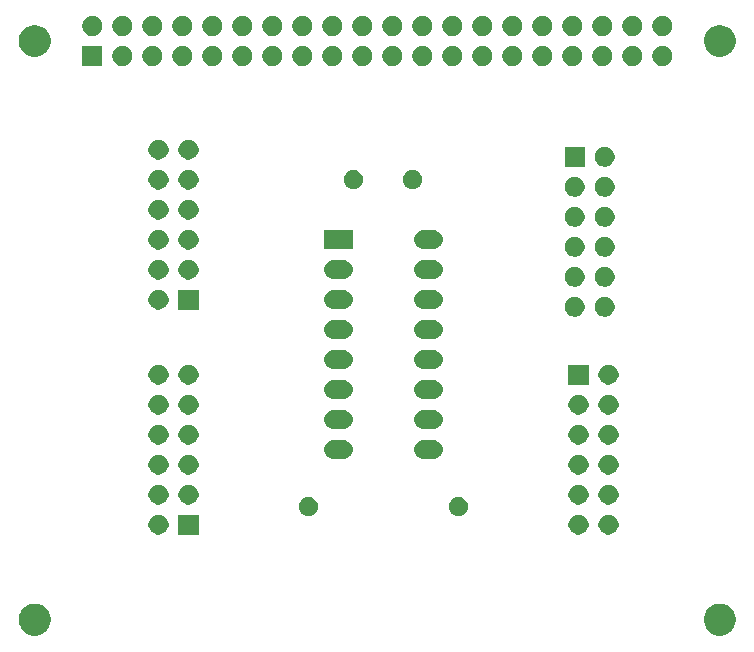
<source format=gbr>
G04 #@! TF.GenerationSoftware,KiCad,Pcbnew,(5.1.5)-3*
G04 #@! TF.CreationDate,2021-03-04T08:32:48-05:00*
G04 #@! TF.ProjectId,RPI_SPI8,5250495f-5350-4493-982e-6b696361645f,X1*
G04 #@! TF.SameCoordinates,Original*
G04 #@! TF.FileFunction,Soldermask,Bot*
G04 #@! TF.FilePolarity,Negative*
%FSLAX46Y46*%
G04 Gerber Fmt 4.6, Leading zero omitted, Abs format (unit mm)*
G04 Created by KiCad (PCBNEW (5.1.5)-3) date 2021-03-04 08:32:48*
%MOMM*%
%LPD*%
G04 APERTURE LIST*
%ADD10C,0.150000*%
G04 APERTURE END LIST*
D10*
G36*
X61893779Y-51201879D02*
G01*
X62139463Y-51303645D01*
X62139465Y-51303646D01*
X62250769Y-51378017D01*
X62360574Y-51451386D01*
X62548614Y-51639426D01*
X62696355Y-51860537D01*
X62798121Y-52106221D01*
X62850000Y-52367035D01*
X62850000Y-52632965D01*
X62798121Y-52893779D01*
X62696355Y-53139463D01*
X62696354Y-53139465D01*
X62548613Y-53360575D01*
X62360575Y-53548613D01*
X62139465Y-53696354D01*
X62139464Y-53696355D01*
X62139463Y-53696355D01*
X61893779Y-53798121D01*
X61632965Y-53850000D01*
X61367035Y-53850000D01*
X61106221Y-53798121D01*
X60860537Y-53696355D01*
X60860536Y-53696355D01*
X60860535Y-53696354D01*
X60639425Y-53548613D01*
X60451387Y-53360575D01*
X60303646Y-53139465D01*
X60303645Y-53139463D01*
X60201879Y-52893779D01*
X60150000Y-52632965D01*
X60150000Y-52367035D01*
X60201879Y-52106221D01*
X60303645Y-51860537D01*
X60451386Y-51639426D01*
X60639426Y-51451386D01*
X60749231Y-51378017D01*
X60860535Y-51303646D01*
X60860537Y-51303645D01*
X61106221Y-51201879D01*
X61367035Y-51150000D01*
X61632965Y-51150000D01*
X61893779Y-51201879D01*
G37*
G36*
X3893779Y-51201879D02*
G01*
X4139463Y-51303645D01*
X4139465Y-51303646D01*
X4250769Y-51378017D01*
X4360574Y-51451386D01*
X4548614Y-51639426D01*
X4696355Y-51860537D01*
X4798121Y-52106221D01*
X4850000Y-52367035D01*
X4850000Y-52632965D01*
X4798121Y-52893779D01*
X4696355Y-53139463D01*
X4696354Y-53139465D01*
X4548613Y-53360575D01*
X4360575Y-53548613D01*
X4139465Y-53696354D01*
X4139464Y-53696355D01*
X4139463Y-53696355D01*
X3893779Y-53798121D01*
X3632965Y-53850000D01*
X3367035Y-53850000D01*
X3106221Y-53798121D01*
X2860537Y-53696355D01*
X2860536Y-53696355D01*
X2860535Y-53696354D01*
X2639425Y-53548613D01*
X2451387Y-53360575D01*
X2303646Y-53139465D01*
X2303645Y-53139463D01*
X2201879Y-52893779D01*
X2150000Y-52632965D01*
X2150000Y-52367035D01*
X2201879Y-52106221D01*
X2303645Y-51860537D01*
X2451386Y-51639426D01*
X2639426Y-51451386D01*
X2749231Y-51378017D01*
X2860535Y-51303646D01*
X2860537Y-51303645D01*
X3106221Y-51201879D01*
X3367035Y-51150000D01*
X3632965Y-51150000D01*
X3893779Y-51201879D01*
G37*
G36*
X17360000Y-45300000D02*
G01*
X15660000Y-45300000D01*
X15660000Y-43600000D01*
X17360000Y-43600000D01*
X17360000Y-45300000D01*
G37*
G36*
X14217935Y-43632664D02*
G01*
X14369046Y-43695257D01*
X14372626Y-43696740D01*
X14511844Y-43789762D01*
X14630238Y-43908156D01*
X14723260Y-44047374D01*
X14723261Y-44047376D01*
X14787336Y-44202065D01*
X14820000Y-44366281D01*
X14820000Y-44533719D01*
X14787336Y-44697935D01*
X14723261Y-44852624D01*
X14723260Y-44852626D01*
X14630238Y-44991844D01*
X14511844Y-45110238D01*
X14372626Y-45203260D01*
X14372625Y-45203261D01*
X14372624Y-45203261D01*
X14217935Y-45267336D01*
X14053719Y-45300000D01*
X13886281Y-45300000D01*
X13722065Y-45267336D01*
X13567376Y-45203261D01*
X13567375Y-45203261D01*
X13567374Y-45203260D01*
X13428156Y-45110238D01*
X13309762Y-44991844D01*
X13216740Y-44852626D01*
X13216739Y-44852624D01*
X13152664Y-44697935D01*
X13120000Y-44533719D01*
X13120000Y-44366281D01*
X13152664Y-44202065D01*
X13216739Y-44047376D01*
X13216740Y-44047374D01*
X13309762Y-43908156D01*
X13428156Y-43789762D01*
X13567374Y-43696740D01*
X13570954Y-43695257D01*
X13722065Y-43632664D01*
X13886281Y-43600000D01*
X14053719Y-43600000D01*
X14217935Y-43632664D01*
G37*
G36*
X49777935Y-43632664D02*
G01*
X49929046Y-43695257D01*
X49932626Y-43696740D01*
X50071844Y-43789762D01*
X50190238Y-43908156D01*
X50283260Y-44047374D01*
X50283261Y-44047376D01*
X50347336Y-44202065D01*
X50380000Y-44366281D01*
X50380000Y-44533719D01*
X50347336Y-44697935D01*
X50283261Y-44852624D01*
X50283260Y-44852626D01*
X50190238Y-44991844D01*
X50071844Y-45110238D01*
X49932626Y-45203260D01*
X49932625Y-45203261D01*
X49932624Y-45203261D01*
X49777935Y-45267336D01*
X49613719Y-45300000D01*
X49446281Y-45300000D01*
X49282065Y-45267336D01*
X49127376Y-45203261D01*
X49127375Y-45203261D01*
X49127374Y-45203260D01*
X48988156Y-45110238D01*
X48869762Y-44991844D01*
X48776740Y-44852626D01*
X48776739Y-44852624D01*
X48712664Y-44697935D01*
X48680000Y-44533719D01*
X48680000Y-44366281D01*
X48712664Y-44202065D01*
X48776739Y-44047376D01*
X48776740Y-44047374D01*
X48869762Y-43908156D01*
X48988156Y-43789762D01*
X49127374Y-43696740D01*
X49130954Y-43695257D01*
X49282065Y-43632664D01*
X49446281Y-43600000D01*
X49613719Y-43600000D01*
X49777935Y-43632664D01*
G37*
G36*
X52317935Y-43632664D02*
G01*
X52469046Y-43695257D01*
X52472626Y-43696740D01*
X52611844Y-43789762D01*
X52730238Y-43908156D01*
X52823260Y-44047374D01*
X52823261Y-44047376D01*
X52887336Y-44202065D01*
X52920000Y-44366281D01*
X52920000Y-44533719D01*
X52887336Y-44697935D01*
X52823261Y-44852624D01*
X52823260Y-44852626D01*
X52730238Y-44991844D01*
X52611844Y-45110238D01*
X52472626Y-45203260D01*
X52472625Y-45203261D01*
X52472624Y-45203261D01*
X52317935Y-45267336D01*
X52153719Y-45300000D01*
X51986281Y-45300000D01*
X51822065Y-45267336D01*
X51667376Y-45203261D01*
X51667375Y-45203261D01*
X51667374Y-45203260D01*
X51528156Y-45110238D01*
X51409762Y-44991844D01*
X51316740Y-44852626D01*
X51316739Y-44852624D01*
X51252664Y-44697935D01*
X51220000Y-44533719D01*
X51220000Y-44366281D01*
X51252664Y-44202065D01*
X51316739Y-44047376D01*
X51316740Y-44047374D01*
X51409762Y-43908156D01*
X51528156Y-43789762D01*
X51667374Y-43696740D01*
X51670954Y-43695257D01*
X51822065Y-43632664D01*
X51986281Y-43600000D01*
X52153719Y-43600000D01*
X52317935Y-43632664D01*
G37*
G36*
X26903351Y-42156743D02*
G01*
X27048941Y-42217048D01*
X27179970Y-42304599D01*
X27291401Y-42416030D01*
X27378952Y-42547059D01*
X27439257Y-42692649D01*
X27470000Y-42847206D01*
X27470000Y-43004794D01*
X27439257Y-43159351D01*
X27378952Y-43304941D01*
X27291401Y-43435970D01*
X27179970Y-43547401D01*
X27048941Y-43634952D01*
X26903351Y-43695257D01*
X26748794Y-43726000D01*
X26591206Y-43726000D01*
X26436649Y-43695257D01*
X26291059Y-43634952D01*
X26160030Y-43547401D01*
X26048599Y-43435970D01*
X25961048Y-43304941D01*
X25900743Y-43159351D01*
X25870000Y-43004794D01*
X25870000Y-42847206D01*
X25900743Y-42692649D01*
X25961048Y-42547059D01*
X26048599Y-42416030D01*
X26160030Y-42304599D01*
X26291059Y-42217048D01*
X26436649Y-42156743D01*
X26591206Y-42126000D01*
X26748794Y-42126000D01*
X26903351Y-42156743D01*
G37*
G36*
X39603351Y-42156743D02*
G01*
X39748941Y-42217048D01*
X39879970Y-42304599D01*
X39991401Y-42416030D01*
X40078952Y-42547059D01*
X40139257Y-42692649D01*
X40170000Y-42847206D01*
X40170000Y-43004794D01*
X40139257Y-43159351D01*
X40078952Y-43304941D01*
X39991401Y-43435970D01*
X39879970Y-43547401D01*
X39748941Y-43634952D01*
X39603351Y-43695257D01*
X39448794Y-43726000D01*
X39291206Y-43726000D01*
X39136649Y-43695257D01*
X38991059Y-43634952D01*
X38860030Y-43547401D01*
X38748599Y-43435970D01*
X38661048Y-43304941D01*
X38600743Y-43159351D01*
X38570000Y-43004794D01*
X38570000Y-42847206D01*
X38600743Y-42692649D01*
X38661048Y-42547059D01*
X38748599Y-42416030D01*
X38860030Y-42304599D01*
X38991059Y-42217048D01*
X39136649Y-42156743D01*
X39291206Y-42126000D01*
X39448794Y-42126000D01*
X39603351Y-42156743D01*
G37*
G36*
X14217935Y-41092664D02*
G01*
X14372624Y-41156739D01*
X14372626Y-41156740D01*
X14511844Y-41249762D01*
X14630238Y-41368156D01*
X14723260Y-41507374D01*
X14723261Y-41507376D01*
X14787336Y-41662065D01*
X14820000Y-41826281D01*
X14820000Y-41993719D01*
X14787336Y-42157935D01*
X14726585Y-42304599D01*
X14723260Y-42312626D01*
X14630238Y-42451844D01*
X14511844Y-42570238D01*
X14372626Y-42663260D01*
X14372625Y-42663261D01*
X14372624Y-42663261D01*
X14217935Y-42727336D01*
X14053719Y-42760000D01*
X13886281Y-42760000D01*
X13722065Y-42727336D01*
X13567376Y-42663261D01*
X13567375Y-42663261D01*
X13567374Y-42663260D01*
X13428156Y-42570238D01*
X13309762Y-42451844D01*
X13216740Y-42312626D01*
X13213415Y-42304599D01*
X13152664Y-42157935D01*
X13120000Y-41993719D01*
X13120000Y-41826281D01*
X13152664Y-41662065D01*
X13216739Y-41507376D01*
X13216740Y-41507374D01*
X13309762Y-41368156D01*
X13428156Y-41249762D01*
X13567374Y-41156740D01*
X13567376Y-41156739D01*
X13722065Y-41092664D01*
X13886281Y-41060000D01*
X14053719Y-41060000D01*
X14217935Y-41092664D01*
G37*
G36*
X16757935Y-41092664D02*
G01*
X16912624Y-41156739D01*
X16912626Y-41156740D01*
X17051844Y-41249762D01*
X17170238Y-41368156D01*
X17263260Y-41507374D01*
X17263261Y-41507376D01*
X17327336Y-41662065D01*
X17360000Y-41826281D01*
X17360000Y-41993719D01*
X17327336Y-42157935D01*
X17266585Y-42304599D01*
X17263260Y-42312626D01*
X17170238Y-42451844D01*
X17051844Y-42570238D01*
X16912626Y-42663260D01*
X16912625Y-42663261D01*
X16912624Y-42663261D01*
X16757935Y-42727336D01*
X16593719Y-42760000D01*
X16426281Y-42760000D01*
X16262065Y-42727336D01*
X16107376Y-42663261D01*
X16107375Y-42663261D01*
X16107374Y-42663260D01*
X15968156Y-42570238D01*
X15849762Y-42451844D01*
X15756740Y-42312626D01*
X15753415Y-42304599D01*
X15692664Y-42157935D01*
X15660000Y-41993719D01*
X15660000Y-41826281D01*
X15692664Y-41662065D01*
X15756739Y-41507376D01*
X15756740Y-41507374D01*
X15849762Y-41368156D01*
X15968156Y-41249762D01*
X16107374Y-41156740D01*
X16107376Y-41156739D01*
X16262065Y-41092664D01*
X16426281Y-41060000D01*
X16593719Y-41060000D01*
X16757935Y-41092664D01*
G37*
G36*
X52317935Y-41092664D02*
G01*
X52472624Y-41156739D01*
X52472626Y-41156740D01*
X52611844Y-41249762D01*
X52730238Y-41368156D01*
X52823260Y-41507374D01*
X52823261Y-41507376D01*
X52887336Y-41662065D01*
X52920000Y-41826281D01*
X52920000Y-41993719D01*
X52887336Y-42157935D01*
X52826585Y-42304599D01*
X52823260Y-42312626D01*
X52730238Y-42451844D01*
X52611844Y-42570238D01*
X52472626Y-42663260D01*
X52472625Y-42663261D01*
X52472624Y-42663261D01*
X52317935Y-42727336D01*
X52153719Y-42760000D01*
X51986281Y-42760000D01*
X51822065Y-42727336D01*
X51667376Y-42663261D01*
X51667375Y-42663261D01*
X51667374Y-42663260D01*
X51528156Y-42570238D01*
X51409762Y-42451844D01*
X51316740Y-42312626D01*
X51313415Y-42304599D01*
X51252664Y-42157935D01*
X51220000Y-41993719D01*
X51220000Y-41826281D01*
X51252664Y-41662065D01*
X51316739Y-41507376D01*
X51316740Y-41507374D01*
X51409762Y-41368156D01*
X51528156Y-41249762D01*
X51667374Y-41156740D01*
X51667376Y-41156739D01*
X51822065Y-41092664D01*
X51986281Y-41060000D01*
X52153719Y-41060000D01*
X52317935Y-41092664D01*
G37*
G36*
X49777935Y-41092664D02*
G01*
X49932624Y-41156739D01*
X49932626Y-41156740D01*
X50071844Y-41249762D01*
X50190238Y-41368156D01*
X50283260Y-41507374D01*
X50283261Y-41507376D01*
X50347336Y-41662065D01*
X50380000Y-41826281D01*
X50380000Y-41993719D01*
X50347336Y-42157935D01*
X50286585Y-42304599D01*
X50283260Y-42312626D01*
X50190238Y-42451844D01*
X50071844Y-42570238D01*
X49932626Y-42663260D01*
X49932625Y-42663261D01*
X49932624Y-42663261D01*
X49777935Y-42727336D01*
X49613719Y-42760000D01*
X49446281Y-42760000D01*
X49282065Y-42727336D01*
X49127376Y-42663261D01*
X49127375Y-42663261D01*
X49127374Y-42663260D01*
X48988156Y-42570238D01*
X48869762Y-42451844D01*
X48776740Y-42312626D01*
X48773415Y-42304599D01*
X48712664Y-42157935D01*
X48680000Y-41993719D01*
X48680000Y-41826281D01*
X48712664Y-41662065D01*
X48776739Y-41507376D01*
X48776740Y-41507374D01*
X48869762Y-41368156D01*
X48988156Y-41249762D01*
X49127374Y-41156740D01*
X49127376Y-41156739D01*
X49282065Y-41092664D01*
X49446281Y-41060000D01*
X49613719Y-41060000D01*
X49777935Y-41092664D01*
G37*
G36*
X14217935Y-38552664D02*
G01*
X14372624Y-38616739D01*
X14372626Y-38616740D01*
X14511844Y-38709762D01*
X14630238Y-38828156D01*
X14678242Y-38900000D01*
X14723261Y-38967376D01*
X14787336Y-39122065D01*
X14820000Y-39286281D01*
X14820000Y-39453719D01*
X14787336Y-39617935D01*
X14723261Y-39772624D01*
X14723260Y-39772626D01*
X14630238Y-39911844D01*
X14511844Y-40030238D01*
X14372626Y-40123260D01*
X14372625Y-40123261D01*
X14372624Y-40123261D01*
X14217935Y-40187336D01*
X14053719Y-40220000D01*
X13886281Y-40220000D01*
X13722065Y-40187336D01*
X13567376Y-40123261D01*
X13567375Y-40123261D01*
X13567374Y-40123260D01*
X13428156Y-40030238D01*
X13309762Y-39911844D01*
X13216740Y-39772626D01*
X13216739Y-39772624D01*
X13152664Y-39617935D01*
X13120000Y-39453719D01*
X13120000Y-39286281D01*
X13152664Y-39122065D01*
X13216739Y-38967376D01*
X13261758Y-38900000D01*
X13309762Y-38828156D01*
X13428156Y-38709762D01*
X13567374Y-38616740D01*
X13567376Y-38616739D01*
X13722065Y-38552664D01*
X13886281Y-38520000D01*
X14053719Y-38520000D01*
X14217935Y-38552664D01*
G37*
G36*
X49777935Y-38552664D02*
G01*
X49932624Y-38616739D01*
X49932626Y-38616740D01*
X50071844Y-38709762D01*
X50190238Y-38828156D01*
X50238242Y-38900000D01*
X50283261Y-38967376D01*
X50347336Y-39122065D01*
X50380000Y-39286281D01*
X50380000Y-39453719D01*
X50347336Y-39617935D01*
X50283261Y-39772624D01*
X50283260Y-39772626D01*
X50190238Y-39911844D01*
X50071844Y-40030238D01*
X49932626Y-40123260D01*
X49932625Y-40123261D01*
X49932624Y-40123261D01*
X49777935Y-40187336D01*
X49613719Y-40220000D01*
X49446281Y-40220000D01*
X49282065Y-40187336D01*
X49127376Y-40123261D01*
X49127375Y-40123261D01*
X49127374Y-40123260D01*
X48988156Y-40030238D01*
X48869762Y-39911844D01*
X48776740Y-39772626D01*
X48776739Y-39772624D01*
X48712664Y-39617935D01*
X48680000Y-39453719D01*
X48680000Y-39286281D01*
X48712664Y-39122065D01*
X48776739Y-38967376D01*
X48821758Y-38900000D01*
X48869762Y-38828156D01*
X48988156Y-38709762D01*
X49127374Y-38616740D01*
X49127376Y-38616739D01*
X49282065Y-38552664D01*
X49446281Y-38520000D01*
X49613719Y-38520000D01*
X49777935Y-38552664D01*
G37*
G36*
X52317935Y-38552664D02*
G01*
X52472624Y-38616739D01*
X52472626Y-38616740D01*
X52611844Y-38709762D01*
X52730238Y-38828156D01*
X52778242Y-38900000D01*
X52823261Y-38967376D01*
X52887336Y-39122065D01*
X52920000Y-39286281D01*
X52920000Y-39453719D01*
X52887336Y-39617935D01*
X52823261Y-39772624D01*
X52823260Y-39772626D01*
X52730238Y-39911844D01*
X52611844Y-40030238D01*
X52472626Y-40123260D01*
X52472625Y-40123261D01*
X52472624Y-40123261D01*
X52317935Y-40187336D01*
X52153719Y-40220000D01*
X51986281Y-40220000D01*
X51822065Y-40187336D01*
X51667376Y-40123261D01*
X51667375Y-40123261D01*
X51667374Y-40123260D01*
X51528156Y-40030238D01*
X51409762Y-39911844D01*
X51316740Y-39772626D01*
X51316739Y-39772624D01*
X51252664Y-39617935D01*
X51220000Y-39453719D01*
X51220000Y-39286281D01*
X51252664Y-39122065D01*
X51316739Y-38967376D01*
X51361758Y-38900000D01*
X51409762Y-38828156D01*
X51528156Y-38709762D01*
X51667374Y-38616740D01*
X51667376Y-38616739D01*
X51822065Y-38552664D01*
X51986281Y-38520000D01*
X52153719Y-38520000D01*
X52317935Y-38552664D01*
G37*
G36*
X16757935Y-38552664D02*
G01*
X16912624Y-38616739D01*
X16912626Y-38616740D01*
X17051844Y-38709762D01*
X17170238Y-38828156D01*
X17218242Y-38900000D01*
X17263261Y-38967376D01*
X17327336Y-39122065D01*
X17360000Y-39286281D01*
X17360000Y-39453719D01*
X17327336Y-39617935D01*
X17263261Y-39772624D01*
X17263260Y-39772626D01*
X17170238Y-39911844D01*
X17051844Y-40030238D01*
X16912626Y-40123260D01*
X16912625Y-40123261D01*
X16912624Y-40123261D01*
X16757935Y-40187336D01*
X16593719Y-40220000D01*
X16426281Y-40220000D01*
X16262065Y-40187336D01*
X16107376Y-40123261D01*
X16107375Y-40123261D01*
X16107374Y-40123260D01*
X15968156Y-40030238D01*
X15849762Y-39911844D01*
X15756740Y-39772626D01*
X15756739Y-39772624D01*
X15692664Y-39617935D01*
X15660000Y-39453719D01*
X15660000Y-39286281D01*
X15692664Y-39122065D01*
X15756739Y-38967376D01*
X15801758Y-38900000D01*
X15849762Y-38828156D01*
X15968156Y-38709762D01*
X16107374Y-38616740D01*
X16107376Y-38616739D01*
X16262065Y-38552664D01*
X16426281Y-38520000D01*
X16593719Y-38520000D01*
X16757935Y-38552664D01*
G37*
G36*
X37308471Y-37303859D02*
G01*
X37386827Y-37311576D01*
X37537628Y-37357321D01*
X37537630Y-37357322D01*
X37676605Y-37431606D01*
X37798422Y-37531578D01*
X37898394Y-37653395D01*
X37972678Y-37792370D01*
X37972679Y-37792372D01*
X38018424Y-37943173D01*
X38033870Y-38100000D01*
X38018424Y-38256827D01*
X37972679Y-38407628D01*
X37972678Y-38407630D01*
X37898394Y-38546605D01*
X37798422Y-38668422D01*
X37676605Y-38768394D01*
X37537630Y-38842678D01*
X37537628Y-38842679D01*
X37386827Y-38888424D01*
X37308471Y-38896141D01*
X37269294Y-38900000D01*
X36390706Y-38900000D01*
X36351529Y-38896141D01*
X36273173Y-38888424D01*
X36122372Y-38842679D01*
X36122370Y-38842678D01*
X35983395Y-38768394D01*
X35861578Y-38668422D01*
X35761606Y-38546605D01*
X35687322Y-38407630D01*
X35687321Y-38407628D01*
X35641576Y-38256827D01*
X35626130Y-38100000D01*
X35641576Y-37943173D01*
X35687321Y-37792372D01*
X35687322Y-37792370D01*
X35761606Y-37653395D01*
X35861578Y-37531578D01*
X35983395Y-37431606D01*
X36122370Y-37357322D01*
X36122372Y-37357321D01*
X36273173Y-37311576D01*
X36351529Y-37303859D01*
X36390706Y-37300000D01*
X37269294Y-37300000D01*
X37308471Y-37303859D01*
G37*
G36*
X29688471Y-37303859D02*
G01*
X29766827Y-37311576D01*
X29917628Y-37357321D01*
X29917630Y-37357322D01*
X30056605Y-37431606D01*
X30178422Y-37531578D01*
X30278394Y-37653395D01*
X30352678Y-37792370D01*
X30352679Y-37792372D01*
X30398424Y-37943173D01*
X30413870Y-38100000D01*
X30398424Y-38256827D01*
X30352679Y-38407628D01*
X30352678Y-38407630D01*
X30278394Y-38546605D01*
X30178422Y-38668422D01*
X30056605Y-38768394D01*
X29917630Y-38842678D01*
X29917628Y-38842679D01*
X29766827Y-38888424D01*
X29688471Y-38896141D01*
X29649294Y-38900000D01*
X28770706Y-38900000D01*
X28731529Y-38896141D01*
X28653173Y-38888424D01*
X28502372Y-38842679D01*
X28502370Y-38842678D01*
X28363395Y-38768394D01*
X28241578Y-38668422D01*
X28141606Y-38546605D01*
X28067322Y-38407630D01*
X28067321Y-38407628D01*
X28021576Y-38256827D01*
X28006130Y-38100000D01*
X28021576Y-37943173D01*
X28067321Y-37792372D01*
X28067322Y-37792370D01*
X28141606Y-37653395D01*
X28241578Y-37531578D01*
X28363395Y-37431606D01*
X28502370Y-37357322D01*
X28502372Y-37357321D01*
X28653173Y-37311576D01*
X28731529Y-37303859D01*
X28770706Y-37300000D01*
X29649294Y-37300000D01*
X29688471Y-37303859D01*
G37*
G36*
X14217935Y-36012664D02*
G01*
X14372624Y-36076739D01*
X14372626Y-36076740D01*
X14511844Y-36169762D01*
X14630238Y-36288156D01*
X14678242Y-36360000D01*
X14723261Y-36427376D01*
X14787336Y-36582065D01*
X14820000Y-36746281D01*
X14820000Y-36913719D01*
X14787336Y-37077935D01*
X14723261Y-37232624D01*
X14723260Y-37232626D01*
X14630238Y-37371844D01*
X14511844Y-37490238D01*
X14372626Y-37583260D01*
X14372625Y-37583261D01*
X14372624Y-37583261D01*
X14217935Y-37647336D01*
X14053719Y-37680000D01*
X13886281Y-37680000D01*
X13722065Y-37647336D01*
X13567376Y-37583261D01*
X13567375Y-37583261D01*
X13567374Y-37583260D01*
X13428156Y-37490238D01*
X13309762Y-37371844D01*
X13216740Y-37232626D01*
X13216739Y-37232624D01*
X13152664Y-37077935D01*
X13120000Y-36913719D01*
X13120000Y-36746281D01*
X13152664Y-36582065D01*
X13216739Y-36427376D01*
X13261758Y-36360000D01*
X13309762Y-36288156D01*
X13428156Y-36169762D01*
X13567374Y-36076740D01*
X13567376Y-36076739D01*
X13722065Y-36012664D01*
X13886281Y-35980000D01*
X14053719Y-35980000D01*
X14217935Y-36012664D01*
G37*
G36*
X52317935Y-36012664D02*
G01*
X52472624Y-36076739D01*
X52472626Y-36076740D01*
X52611844Y-36169762D01*
X52730238Y-36288156D01*
X52778242Y-36360000D01*
X52823261Y-36427376D01*
X52887336Y-36582065D01*
X52920000Y-36746281D01*
X52920000Y-36913719D01*
X52887336Y-37077935D01*
X52823261Y-37232624D01*
X52823260Y-37232626D01*
X52730238Y-37371844D01*
X52611844Y-37490238D01*
X52472626Y-37583260D01*
X52472625Y-37583261D01*
X52472624Y-37583261D01*
X52317935Y-37647336D01*
X52153719Y-37680000D01*
X51986281Y-37680000D01*
X51822065Y-37647336D01*
X51667376Y-37583261D01*
X51667375Y-37583261D01*
X51667374Y-37583260D01*
X51528156Y-37490238D01*
X51409762Y-37371844D01*
X51316740Y-37232626D01*
X51316739Y-37232624D01*
X51252664Y-37077935D01*
X51220000Y-36913719D01*
X51220000Y-36746281D01*
X51252664Y-36582065D01*
X51316739Y-36427376D01*
X51361758Y-36360000D01*
X51409762Y-36288156D01*
X51528156Y-36169762D01*
X51667374Y-36076740D01*
X51667376Y-36076739D01*
X51822065Y-36012664D01*
X51986281Y-35980000D01*
X52153719Y-35980000D01*
X52317935Y-36012664D01*
G37*
G36*
X49777935Y-36012664D02*
G01*
X49932624Y-36076739D01*
X49932626Y-36076740D01*
X50071844Y-36169762D01*
X50190238Y-36288156D01*
X50238242Y-36360000D01*
X50283261Y-36427376D01*
X50347336Y-36582065D01*
X50380000Y-36746281D01*
X50380000Y-36913719D01*
X50347336Y-37077935D01*
X50283261Y-37232624D01*
X50283260Y-37232626D01*
X50190238Y-37371844D01*
X50071844Y-37490238D01*
X49932626Y-37583260D01*
X49932625Y-37583261D01*
X49932624Y-37583261D01*
X49777935Y-37647336D01*
X49613719Y-37680000D01*
X49446281Y-37680000D01*
X49282065Y-37647336D01*
X49127376Y-37583261D01*
X49127375Y-37583261D01*
X49127374Y-37583260D01*
X48988156Y-37490238D01*
X48869762Y-37371844D01*
X48776740Y-37232626D01*
X48776739Y-37232624D01*
X48712664Y-37077935D01*
X48680000Y-36913719D01*
X48680000Y-36746281D01*
X48712664Y-36582065D01*
X48776739Y-36427376D01*
X48821758Y-36360000D01*
X48869762Y-36288156D01*
X48988156Y-36169762D01*
X49127374Y-36076740D01*
X49127376Y-36076739D01*
X49282065Y-36012664D01*
X49446281Y-35980000D01*
X49613719Y-35980000D01*
X49777935Y-36012664D01*
G37*
G36*
X16757935Y-36012664D02*
G01*
X16912624Y-36076739D01*
X16912626Y-36076740D01*
X17051844Y-36169762D01*
X17170238Y-36288156D01*
X17218242Y-36360000D01*
X17263261Y-36427376D01*
X17327336Y-36582065D01*
X17360000Y-36746281D01*
X17360000Y-36913719D01*
X17327336Y-37077935D01*
X17263261Y-37232624D01*
X17263260Y-37232626D01*
X17170238Y-37371844D01*
X17051844Y-37490238D01*
X16912626Y-37583260D01*
X16912625Y-37583261D01*
X16912624Y-37583261D01*
X16757935Y-37647336D01*
X16593719Y-37680000D01*
X16426281Y-37680000D01*
X16262065Y-37647336D01*
X16107376Y-37583261D01*
X16107375Y-37583261D01*
X16107374Y-37583260D01*
X15968156Y-37490238D01*
X15849762Y-37371844D01*
X15756740Y-37232626D01*
X15756739Y-37232624D01*
X15692664Y-37077935D01*
X15660000Y-36913719D01*
X15660000Y-36746281D01*
X15692664Y-36582065D01*
X15756739Y-36427376D01*
X15801758Y-36360000D01*
X15849762Y-36288156D01*
X15968156Y-36169762D01*
X16107374Y-36076740D01*
X16107376Y-36076739D01*
X16262065Y-36012664D01*
X16426281Y-35980000D01*
X16593719Y-35980000D01*
X16757935Y-36012664D01*
G37*
G36*
X29688471Y-34763859D02*
G01*
X29766827Y-34771576D01*
X29917628Y-34817321D01*
X29917630Y-34817322D01*
X30056605Y-34891606D01*
X30178422Y-34991578D01*
X30278394Y-35113395D01*
X30352678Y-35252370D01*
X30352679Y-35252372D01*
X30398424Y-35403173D01*
X30413870Y-35560000D01*
X30398424Y-35716827D01*
X30352679Y-35867628D01*
X30352678Y-35867630D01*
X30278394Y-36006605D01*
X30178422Y-36128422D01*
X30056605Y-36228394D01*
X29917630Y-36302678D01*
X29917628Y-36302679D01*
X29766827Y-36348424D01*
X29688471Y-36356141D01*
X29649294Y-36360000D01*
X28770706Y-36360000D01*
X28731529Y-36356141D01*
X28653173Y-36348424D01*
X28502372Y-36302679D01*
X28502370Y-36302678D01*
X28363395Y-36228394D01*
X28241578Y-36128422D01*
X28141606Y-36006605D01*
X28067322Y-35867630D01*
X28067321Y-35867628D01*
X28021576Y-35716827D01*
X28006130Y-35560000D01*
X28021576Y-35403173D01*
X28067321Y-35252372D01*
X28067322Y-35252370D01*
X28141606Y-35113395D01*
X28241578Y-34991578D01*
X28363395Y-34891606D01*
X28502370Y-34817322D01*
X28502372Y-34817321D01*
X28653173Y-34771576D01*
X28731529Y-34763859D01*
X28770706Y-34760000D01*
X29649294Y-34760000D01*
X29688471Y-34763859D01*
G37*
G36*
X37308471Y-34763859D02*
G01*
X37386827Y-34771576D01*
X37537628Y-34817321D01*
X37537630Y-34817322D01*
X37676605Y-34891606D01*
X37798422Y-34991578D01*
X37898394Y-35113395D01*
X37972678Y-35252370D01*
X37972679Y-35252372D01*
X38018424Y-35403173D01*
X38033870Y-35560000D01*
X38018424Y-35716827D01*
X37972679Y-35867628D01*
X37972678Y-35867630D01*
X37898394Y-36006605D01*
X37798422Y-36128422D01*
X37676605Y-36228394D01*
X37537630Y-36302678D01*
X37537628Y-36302679D01*
X37386827Y-36348424D01*
X37308471Y-36356141D01*
X37269294Y-36360000D01*
X36390706Y-36360000D01*
X36351529Y-36356141D01*
X36273173Y-36348424D01*
X36122372Y-36302679D01*
X36122370Y-36302678D01*
X35983395Y-36228394D01*
X35861578Y-36128422D01*
X35761606Y-36006605D01*
X35687322Y-35867630D01*
X35687321Y-35867628D01*
X35641576Y-35716827D01*
X35626130Y-35560000D01*
X35641576Y-35403173D01*
X35687321Y-35252372D01*
X35687322Y-35252370D01*
X35761606Y-35113395D01*
X35861578Y-34991578D01*
X35983395Y-34891606D01*
X36122370Y-34817322D01*
X36122372Y-34817321D01*
X36273173Y-34771576D01*
X36351529Y-34763859D01*
X36390706Y-34760000D01*
X37269294Y-34760000D01*
X37308471Y-34763859D01*
G37*
G36*
X52317935Y-33472664D02*
G01*
X52472624Y-33536739D01*
X52472626Y-33536740D01*
X52611844Y-33629762D01*
X52730238Y-33748156D01*
X52778242Y-33820000D01*
X52823261Y-33887376D01*
X52887336Y-34042065D01*
X52920000Y-34206281D01*
X52920000Y-34373719D01*
X52887336Y-34537935D01*
X52823261Y-34692624D01*
X52823260Y-34692626D01*
X52730238Y-34831844D01*
X52611844Y-34950238D01*
X52472626Y-35043260D01*
X52472625Y-35043261D01*
X52472624Y-35043261D01*
X52317935Y-35107336D01*
X52153719Y-35140000D01*
X51986281Y-35140000D01*
X51822065Y-35107336D01*
X51667376Y-35043261D01*
X51667375Y-35043261D01*
X51667374Y-35043260D01*
X51528156Y-34950238D01*
X51409762Y-34831844D01*
X51316740Y-34692626D01*
X51316739Y-34692624D01*
X51252664Y-34537935D01*
X51220000Y-34373719D01*
X51220000Y-34206281D01*
X51252664Y-34042065D01*
X51316739Y-33887376D01*
X51361758Y-33820000D01*
X51409762Y-33748156D01*
X51528156Y-33629762D01*
X51667374Y-33536740D01*
X51667376Y-33536739D01*
X51822065Y-33472664D01*
X51986281Y-33440000D01*
X52153719Y-33440000D01*
X52317935Y-33472664D01*
G37*
G36*
X16757935Y-33472664D02*
G01*
X16912624Y-33536739D01*
X16912626Y-33536740D01*
X17051844Y-33629762D01*
X17170238Y-33748156D01*
X17218242Y-33820000D01*
X17263261Y-33887376D01*
X17327336Y-34042065D01*
X17360000Y-34206281D01*
X17360000Y-34373719D01*
X17327336Y-34537935D01*
X17263261Y-34692624D01*
X17263260Y-34692626D01*
X17170238Y-34831844D01*
X17051844Y-34950238D01*
X16912626Y-35043260D01*
X16912625Y-35043261D01*
X16912624Y-35043261D01*
X16757935Y-35107336D01*
X16593719Y-35140000D01*
X16426281Y-35140000D01*
X16262065Y-35107336D01*
X16107376Y-35043261D01*
X16107375Y-35043261D01*
X16107374Y-35043260D01*
X15968156Y-34950238D01*
X15849762Y-34831844D01*
X15756740Y-34692626D01*
X15756739Y-34692624D01*
X15692664Y-34537935D01*
X15660000Y-34373719D01*
X15660000Y-34206281D01*
X15692664Y-34042065D01*
X15756739Y-33887376D01*
X15801758Y-33820000D01*
X15849762Y-33748156D01*
X15968156Y-33629762D01*
X16107374Y-33536740D01*
X16107376Y-33536739D01*
X16262065Y-33472664D01*
X16426281Y-33440000D01*
X16593719Y-33440000D01*
X16757935Y-33472664D01*
G37*
G36*
X49777935Y-33472664D02*
G01*
X49932624Y-33536739D01*
X49932626Y-33536740D01*
X50071844Y-33629762D01*
X50190238Y-33748156D01*
X50238242Y-33820000D01*
X50283261Y-33887376D01*
X50347336Y-34042065D01*
X50380000Y-34206281D01*
X50380000Y-34373719D01*
X50347336Y-34537935D01*
X50283261Y-34692624D01*
X50283260Y-34692626D01*
X50190238Y-34831844D01*
X50071844Y-34950238D01*
X49932626Y-35043260D01*
X49932625Y-35043261D01*
X49932624Y-35043261D01*
X49777935Y-35107336D01*
X49613719Y-35140000D01*
X49446281Y-35140000D01*
X49282065Y-35107336D01*
X49127376Y-35043261D01*
X49127375Y-35043261D01*
X49127374Y-35043260D01*
X48988156Y-34950238D01*
X48869762Y-34831844D01*
X48776740Y-34692626D01*
X48776739Y-34692624D01*
X48712664Y-34537935D01*
X48680000Y-34373719D01*
X48680000Y-34206281D01*
X48712664Y-34042065D01*
X48776739Y-33887376D01*
X48821758Y-33820000D01*
X48869762Y-33748156D01*
X48988156Y-33629762D01*
X49127374Y-33536740D01*
X49127376Y-33536739D01*
X49282065Y-33472664D01*
X49446281Y-33440000D01*
X49613719Y-33440000D01*
X49777935Y-33472664D01*
G37*
G36*
X14217935Y-33472664D02*
G01*
X14372624Y-33536739D01*
X14372626Y-33536740D01*
X14511844Y-33629762D01*
X14630238Y-33748156D01*
X14678242Y-33820000D01*
X14723261Y-33887376D01*
X14787336Y-34042065D01*
X14820000Y-34206281D01*
X14820000Y-34373719D01*
X14787336Y-34537935D01*
X14723261Y-34692624D01*
X14723260Y-34692626D01*
X14630238Y-34831844D01*
X14511844Y-34950238D01*
X14372626Y-35043260D01*
X14372625Y-35043261D01*
X14372624Y-35043261D01*
X14217935Y-35107336D01*
X14053719Y-35140000D01*
X13886281Y-35140000D01*
X13722065Y-35107336D01*
X13567376Y-35043261D01*
X13567375Y-35043261D01*
X13567374Y-35043260D01*
X13428156Y-34950238D01*
X13309762Y-34831844D01*
X13216740Y-34692626D01*
X13216739Y-34692624D01*
X13152664Y-34537935D01*
X13120000Y-34373719D01*
X13120000Y-34206281D01*
X13152664Y-34042065D01*
X13216739Y-33887376D01*
X13261758Y-33820000D01*
X13309762Y-33748156D01*
X13428156Y-33629762D01*
X13567374Y-33536740D01*
X13567376Y-33536739D01*
X13722065Y-33472664D01*
X13886281Y-33440000D01*
X14053719Y-33440000D01*
X14217935Y-33472664D01*
G37*
G36*
X37308471Y-32223859D02*
G01*
X37386827Y-32231576D01*
X37537628Y-32277321D01*
X37537630Y-32277322D01*
X37676605Y-32351606D01*
X37798422Y-32451578D01*
X37898394Y-32573395D01*
X37972678Y-32712370D01*
X37972679Y-32712372D01*
X38018424Y-32863173D01*
X38033870Y-33020000D01*
X38018424Y-33176827D01*
X37972679Y-33327628D01*
X37972678Y-33327630D01*
X37898394Y-33466605D01*
X37798422Y-33588422D01*
X37676605Y-33688394D01*
X37537630Y-33762678D01*
X37537628Y-33762679D01*
X37386827Y-33808424D01*
X37308471Y-33816141D01*
X37269294Y-33820000D01*
X36390706Y-33820000D01*
X36351529Y-33816141D01*
X36273173Y-33808424D01*
X36122372Y-33762679D01*
X36122370Y-33762678D01*
X35983395Y-33688394D01*
X35861578Y-33588422D01*
X35761606Y-33466605D01*
X35687322Y-33327630D01*
X35687321Y-33327628D01*
X35641576Y-33176827D01*
X35626130Y-33020000D01*
X35641576Y-32863173D01*
X35687321Y-32712372D01*
X35687322Y-32712370D01*
X35761606Y-32573395D01*
X35861578Y-32451578D01*
X35983395Y-32351606D01*
X36122370Y-32277322D01*
X36122372Y-32277321D01*
X36273173Y-32231576D01*
X36351529Y-32223859D01*
X36390706Y-32220000D01*
X37269294Y-32220000D01*
X37308471Y-32223859D01*
G37*
G36*
X29688471Y-32223859D02*
G01*
X29766827Y-32231576D01*
X29917628Y-32277321D01*
X29917630Y-32277322D01*
X30056605Y-32351606D01*
X30178422Y-32451578D01*
X30278394Y-32573395D01*
X30352678Y-32712370D01*
X30352679Y-32712372D01*
X30398424Y-32863173D01*
X30413870Y-33020000D01*
X30398424Y-33176827D01*
X30352679Y-33327628D01*
X30352678Y-33327630D01*
X30278394Y-33466605D01*
X30178422Y-33588422D01*
X30056605Y-33688394D01*
X29917630Y-33762678D01*
X29917628Y-33762679D01*
X29766827Y-33808424D01*
X29688471Y-33816141D01*
X29649294Y-33820000D01*
X28770706Y-33820000D01*
X28731529Y-33816141D01*
X28653173Y-33808424D01*
X28502372Y-33762679D01*
X28502370Y-33762678D01*
X28363395Y-33688394D01*
X28241578Y-33588422D01*
X28141606Y-33466605D01*
X28067322Y-33327630D01*
X28067321Y-33327628D01*
X28021576Y-33176827D01*
X28006130Y-33020000D01*
X28021576Y-32863173D01*
X28067321Y-32712372D01*
X28067322Y-32712370D01*
X28141606Y-32573395D01*
X28241578Y-32451578D01*
X28363395Y-32351606D01*
X28502370Y-32277322D01*
X28502372Y-32277321D01*
X28653173Y-32231576D01*
X28731529Y-32223859D01*
X28770706Y-32220000D01*
X29649294Y-32220000D01*
X29688471Y-32223859D01*
G37*
G36*
X50380000Y-32600000D02*
G01*
X48680000Y-32600000D01*
X48680000Y-30900000D01*
X50380000Y-30900000D01*
X50380000Y-32600000D01*
G37*
G36*
X52317935Y-30932664D02*
G01*
X52472624Y-30996739D01*
X52472626Y-30996740D01*
X52611844Y-31089762D01*
X52730238Y-31208156D01*
X52778242Y-31280000D01*
X52823261Y-31347376D01*
X52887336Y-31502065D01*
X52920000Y-31666281D01*
X52920000Y-31833719D01*
X52887336Y-31997935D01*
X52823261Y-32152624D01*
X52823260Y-32152626D01*
X52730238Y-32291844D01*
X52611844Y-32410238D01*
X52472626Y-32503260D01*
X52472625Y-32503261D01*
X52472624Y-32503261D01*
X52317935Y-32567336D01*
X52153719Y-32600000D01*
X51986281Y-32600000D01*
X51822065Y-32567336D01*
X51667376Y-32503261D01*
X51667375Y-32503261D01*
X51667374Y-32503260D01*
X51528156Y-32410238D01*
X51409762Y-32291844D01*
X51316740Y-32152626D01*
X51316739Y-32152624D01*
X51252664Y-31997935D01*
X51220000Y-31833719D01*
X51220000Y-31666281D01*
X51252664Y-31502065D01*
X51316739Y-31347376D01*
X51361758Y-31280000D01*
X51409762Y-31208156D01*
X51528156Y-31089762D01*
X51667374Y-30996740D01*
X51667376Y-30996739D01*
X51822065Y-30932664D01*
X51986281Y-30900000D01*
X52153719Y-30900000D01*
X52317935Y-30932664D01*
G37*
G36*
X16757935Y-30932664D02*
G01*
X16912624Y-30996739D01*
X16912626Y-30996740D01*
X17051844Y-31089762D01*
X17170238Y-31208156D01*
X17218242Y-31280000D01*
X17263261Y-31347376D01*
X17327336Y-31502065D01*
X17360000Y-31666281D01*
X17360000Y-31833719D01*
X17327336Y-31997935D01*
X17263261Y-32152624D01*
X17263260Y-32152626D01*
X17170238Y-32291844D01*
X17051844Y-32410238D01*
X16912626Y-32503260D01*
X16912625Y-32503261D01*
X16912624Y-32503261D01*
X16757935Y-32567336D01*
X16593719Y-32600000D01*
X16426281Y-32600000D01*
X16262065Y-32567336D01*
X16107376Y-32503261D01*
X16107375Y-32503261D01*
X16107374Y-32503260D01*
X15968156Y-32410238D01*
X15849762Y-32291844D01*
X15756740Y-32152626D01*
X15756739Y-32152624D01*
X15692664Y-31997935D01*
X15660000Y-31833719D01*
X15660000Y-31666281D01*
X15692664Y-31502065D01*
X15756739Y-31347376D01*
X15801758Y-31280000D01*
X15849762Y-31208156D01*
X15968156Y-31089762D01*
X16107374Y-30996740D01*
X16107376Y-30996739D01*
X16262065Y-30932664D01*
X16426281Y-30900000D01*
X16593719Y-30900000D01*
X16757935Y-30932664D01*
G37*
G36*
X14217935Y-30932664D02*
G01*
X14372624Y-30996739D01*
X14372626Y-30996740D01*
X14511844Y-31089762D01*
X14630238Y-31208156D01*
X14678242Y-31280000D01*
X14723261Y-31347376D01*
X14787336Y-31502065D01*
X14820000Y-31666281D01*
X14820000Y-31833719D01*
X14787336Y-31997935D01*
X14723261Y-32152624D01*
X14723260Y-32152626D01*
X14630238Y-32291844D01*
X14511844Y-32410238D01*
X14372626Y-32503260D01*
X14372625Y-32503261D01*
X14372624Y-32503261D01*
X14217935Y-32567336D01*
X14053719Y-32600000D01*
X13886281Y-32600000D01*
X13722065Y-32567336D01*
X13567376Y-32503261D01*
X13567375Y-32503261D01*
X13567374Y-32503260D01*
X13428156Y-32410238D01*
X13309762Y-32291844D01*
X13216740Y-32152626D01*
X13216739Y-32152624D01*
X13152664Y-31997935D01*
X13120000Y-31833719D01*
X13120000Y-31666281D01*
X13152664Y-31502065D01*
X13216739Y-31347376D01*
X13261758Y-31280000D01*
X13309762Y-31208156D01*
X13428156Y-31089762D01*
X13567374Y-30996740D01*
X13567376Y-30996739D01*
X13722065Y-30932664D01*
X13886281Y-30900000D01*
X14053719Y-30900000D01*
X14217935Y-30932664D01*
G37*
G36*
X29688471Y-29683859D02*
G01*
X29766827Y-29691576D01*
X29917628Y-29737321D01*
X29917630Y-29737322D01*
X30056605Y-29811606D01*
X30056607Y-29811607D01*
X30056606Y-29811607D01*
X30178422Y-29911578D01*
X30278393Y-30033394D01*
X30352679Y-30172372D01*
X30398424Y-30323173D01*
X30413870Y-30480000D01*
X30398424Y-30636827D01*
X30352679Y-30787628D01*
X30352678Y-30787630D01*
X30278394Y-30926605D01*
X30178422Y-31048422D01*
X30056605Y-31148394D01*
X29917630Y-31222678D01*
X29917628Y-31222679D01*
X29766827Y-31268424D01*
X29688471Y-31276141D01*
X29649294Y-31280000D01*
X28770706Y-31280000D01*
X28731529Y-31276141D01*
X28653173Y-31268424D01*
X28502372Y-31222679D01*
X28502370Y-31222678D01*
X28363395Y-31148394D01*
X28241578Y-31048422D01*
X28141606Y-30926605D01*
X28067322Y-30787630D01*
X28067321Y-30787628D01*
X28021576Y-30636827D01*
X28006130Y-30480000D01*
X28021576Y-30323173D01*
X28067321Y-30172372D01*
X28141607Y-30033394D01*
X28241578Y-29911578D01*
X28363394Y-29811607D01*
X28363393Y-29811607D01*
X28363395Y-29811606D01*
X28502370Y-29737322D01*
X28502372Y-29737321D01*
X28653173Y-29691576D01*
X28731529Y-29683859D01*
X28770706Y-29680000D01*
X29649294Y-29680000D01*
X29688471Y-29683859D01*
G37*
G36*
X37308471Y-29683859D02*
G01*
X37386827Y-29691576D01*
X37537628Y-29737321D01*
X37537630Y-29737322D01*
X37676605Y-29811606D01*
X37676607Y-29811607D01*
X37676606Y-29811607D01*
X37798422Y-29911578D01*
X37898393Y-30033394D01*
X37972679Y-30172372D01*
X38018424Y-30323173D01*
X38033870Y-30480000D01*
X38018424Y-30636827D01*
X37972679Y-30787628D01*
X37972678Y-30787630D01*
X37898394Y-30926605D01*
X37798422Y-31048422D01*
X37676605Y-31148394D01*
X37537630Y-31222678D01*
X37537628Y-31222679D01*
X37386827Y-31268424D01*
X37308471Y-31276141D01*
X37269294Y-31280000D01*
X36390706Y-31280000D01*
X36351529Y-31276141D01*
X36273173Y-31268424D01*
X36122372Y-31222679D01*
X36122370Y-31222678D01*
X35983395Y-31148394D01*
X35861578Y-31048422D01*
X35761606Y-30926605D01*
X35687322Y-30787630D01*
X35687321Y-30787628D01*
X35641576Y-30636827D01*
X35626130Y-30480000D01*
X35641576Y-30323173D01*
X35687321Y-30172372D01*
X35761607Y-30033394D01*
X35861578Y-29911578D01*
X35983394Y-29811607D01*
X35983393Y-29811607D01*
X35983395Y-29811606D01*
X36122370Y-29737322D01*
X36122372Y-29737321D01*
X36273173Y-29691576D01*
X36351529Y-29683859D01*
X36390706Y-29680000D01*
X37269294Y-29680000D01*
X37308471Y-29683859D01*
G37*
G36*
X29688471Y-27143859D02*
G01*
X29766827Y-27151576D01*
X29917628Y-27197321D01*
X29917630Y-27197322D01*
X30056605Y-27271606D01*
X30056607Y-27271607D01*
X30056606Y-27271607D01*
X30178422Y-27371578D01*
X30278393Y-27493394D01*
X30352679Y-27632372D01*
X30398424Y-27783173D01*
X30413870Y-27940000D01*
X30398424Y-28096827D01*
X30352679Y-28247628D01*
X30352678Y-28247630D01*
X30278394Y-28386605D01*
X30178422Y-28508422D01*
X30056605Y-28608394D01*
X29917630Y-28682678D01*
X29917628Y-28682679D01*
X29766827Y-28728424D01*
X29688471Y-28736141D01*
X29649294Y-28740000D01*
X28770706Y-28740000D01*
X28731529Y-28736141D01*
X28653173Y-28728424D01*
X28502372Y-28682679D01*
X28502370Y-28682678D01*
X28363395Y-28608394D01*
X28241578Y-28508422D01*
X28141606Y-28386605D01*
X28067322Y-28247630D01*
X28067321Y-28247628D01*
X28021576Y-28096827D01*
X28006130Y-27940000D01*
X28021576Y-27783173D01*
X28067321Y-27632372D01*
X28141607Y-27493394D01*
X28241578Y-27371578D01*
X28363394Y-27271607D01*
X28363393Y-27271607D01*
X28363395Y-27271606D01*
X28502370Y-27197322D01*
X28502372Y-27197321D01*
X28653173Y-27151576D01*
X28731529Y-27143859D01*
X28770706Y-27140000D01*
X29649294Y-27140000D01*
X29688471Y-27143859D01*
G37*
G36*
X37308471Y-27143859D02*
G01*
X37386827Y-27151576D01*
X37537628Y-27197321D01*
X37537630Y-27197322D01*
X37676605Y-27271606D01*
X37676607Y-27271607D01*
X37676606Y-27271607D01*
X37798422Y-27371578D01*
X37898393Y-27493394D01*
X37972679Y-27632372D01*
X38018424Y-27783173D01*
X38033870Y-27940000D01*
X38018424Y-28096827D01*
X37972679Y-28247628D01*
X37972678Y-28247630D01*
X37898394Y-28386605D01*
X37798422Y-28508422D01*
X37676605Y-28608394D01*
X37537630Y-28682678D01*
X37537628Y-28682679D01*
X37386827Y-28728424D01*
X37308471Y-28736141D01*
X37269294Y-28740000D01*
X36390706Y-28740000D01*
X36351529Y-28736141D01*
X36273173Y-28728424D01*
X36122372Y-28682679D01*
X36122370Y-28682678D01*
X35983395Y-28608394D01*
X35861578Y-28508422D01*
X35761606Y-28386605D01*
X35687322Y-28247630D01*
X35687321Y-28247628D01*
X35641576Y-28096827D01*
X35626130Y-27940000D01*
X35641576Y-27783173D01*
X35687321Y-27632372D01*
X35761607Y-27493394D01*
X35861578Y-27371578D01*
X35983394Y-27271607D01*
X35983393Y-27271607D01*
X35983395Y-27271606D01*
X36122370Y-27197322D01*
X36122372Y-27197321D01*
X36273173Y-27151576D01*
X36351529Y-27143859D01*
X36390706Y-27140000D01*
X37269294Y-27140000D01*
X37308471Y-27143859D01*
G37*
G36*
X49447935Y-25182664D02*
G01*
X49602624Y-25246739D01*
X49602626Y-25246740D01*
X49741844Y-25339762D01*
X49860238Y-25458156D01*
X49953260Y-25597374D01*
X49953261Y-25597376D01*
X50017336Y-25752065D01*
X50050000Y-25916281D01*
X50050000Y-26083719D01*
X50017336Y-26247935D01*
X49953261Y-26402624D01*
X49953260Y-26402626D01*
X49860238Y-26541844D01*
X49741844Y-26660238D01*
X49602626Y-26753260D01*
X49602625Y-26753261D01*
X49602624Y-26753261D01*
X49447935Y-26817336D01*
X49283719Y-26850000D01*
X49116281Y-26850000D01*
X48952065Y-26817336D01*
X48797376Y-26753261D01*
X48797375Y-26753261D01*
X48797374Y-26753260D01*
X48658156Y-26660238D01*
X48539762Y-26541844D01*
X48446740Y-26402626D01*
X48446739Y-26402624D01*
X48382664Y-26247935D01*
X48350000Y-26083719D01*
X48350000Y-25916281D01*
X48382664Y-25752065D01*
X48446739Y-25597376D01*
X48446740Y-25597374D01*
X48539762Y-25458156D01*
X48658156Y-25339762D01*
X48797374Y-25246740D01*
X48797376Y-25246739D01*
X48952065Y-25182664D01*
X49116281Y-25150000D01*
X49283719Y-25150000D01*
X49447935Y-25182664D01*
G37*
G36*
X51987935Y-25182664D02*
G01*
X52142624Y-25246739D01*
X52142626Y-25246740D01*
X52281844Y-25339762D01*
X52400238Y-25458156D01*
X52493260Y-25597374D01*
X52493261Y-25597376D01*
X52557336Y-25752065D01*
X52590000Y-25916281D01*
X52590000Y-26083719D01*
X52557336Y-26247935D01*
X52493261Y-26402624D01*
X52493260Y-26402626D01*
X52400238Y-26541844D01*
X52281844Y-26660238D01*
X52142626Y-26753260D01*
X52142625Y-26753261D01*
X52142624Y-26753261D01*
X51987935Y-26817336D01*
X51823719Y-26850000D01*
X51656281Y-26850000D01*
X51492065Y-26817336D01*
X51337376Y-26753261D01*
X51337375Y-26753261D01*
X51337374Y-26753260D01*
X51198156Y-26660238D01*
X51079762Y-26541844D01*
X50986740Y-26402626D01*
X50986739Y-26402624D01*
X50922664Y-26247935D01*
X50890000Y-26083719D01*
X50890000Y-25916281D01*
X50922664Y-25752065D01*
X50986739Y-25597376D01*
X50986740Y-25597374D01*
X51079762Y-25458156D01*
X51198156Y-25339762D01*
X51337374Y-25246740D01*
X51337376Y-25246739D01*
X51492065Y-25182664D01*
X51656281Y-25150000D01*
X51823719Y-25150000D01*
X51987935Y-25182664D01*
G37*
G36*
X14217935Y-24582664D02*
G01*
X14372624Y-24646739D01*
X14372626Y-24646740D01*
X14511844Y-24739762D01*
X14630238Y-24858156D01*
X14693874Y-24953395D01*
X14723261Y-24997376D01*
X14787336Y-25152065D01*
X14820000Y-25316281D01*
X14820000Y-25483719D01*
X14787336Y-25647935D01*
X14762610Y-25707628D01*
X14723260Y-25802626D01*
X14630238Y-25941844D01*
X14511844Y-26060238D01*
X14372626Y-26153260D01*
X14372625Y-26153261D01*
X14372624Y-26153261D01*
X14217935Y-26217336D01*
X14053719Y-26250000D01*
X13886281Y-26250000D01*
X13722065Y-26217336D01*
X13567376Y-26153261D01*
X13567375Y-26153261D01*
X13567374Y-26153260D01*
X13428156Y-26060238D01*
X13309762Y-25941844D01*
X13216740Y-25802626D01*
X13177390Y-25707628D01*
X13152664Y-25647935D01*
X13120000Y-25483719D01*
X13120000Y-25316281D01*
X13152664Y-25152065D01*
X13216739Y-24997376D01*
X13246126Y-24953395D01*
X13309762Y-24858156D01*
X13428156Y-24739762D01*
X13567374Y-24646740D01*
X13567376Y-24646739D01*
X13722065Y-24582664D01*
X13886281Y-24550000D01*
X14053719Y-24550000D01*
X14217935Y-24582664D01*
G37*
G36*
X17360000Y-26250000D02*
G01*
X15660000Y-26250000D01*
X15660000Y-24550000D01*
X17360000Y-24550000D01*
X17360000Y-26250000D01*
G37*
G36*
X29688471Y-24603859D02*
G01*
X29766827Y-24611576D01*
X29917628Y-24657321D01*
X29917630Y-24657322D01*
X30056605Y-24731606D01*
X30056607Y-24731607D01*
X30056606Y-24731607D01*
X30178422Y-24831578D01*
X30278393Y-24953394D01*
X30352679Y-25092372D01*
X30398424Y-25243173D01*
X30413870Y-25400000D01*
X30398424Y-25556827D01*
X30370786Y-25647936D01*
X30352678Y-25707630D01*
X30278394Y-25846605D01*
X30178422Y-25968422D01*
X30056605Y-26068394D01*
X29917630Y-26142678D01*
X29917628Y-26142679D01*
X29766827Y-26188424D01*
X29688471Y-26196141D01*
X29649294Y-26200000D01*
X28770706Y-26200000D01*
X28731529Y-26196141D01*
X28653173Y-26188424D01*
X28502372Y-26142679D01*
X28502370Y-26142678D01*
X28363395Y-26068394D01*
X28241578Y-25968422D01*
X28141606Y-25846605D01*
X28067322Y-25707630D01*
X28049214Y-25647936D01*
X28021576Y-25556827D01*
X28006130Y-25400000D01*
X28021576Y-25243173D01*
X28067321Y-25092372D01*
X28141607Y-24953394D01*
X28241578Y-24831578D01*
X28363394Y-24731607D01*
X28363393Y-24731607D01*
X28363395Y-24731606D01*
X28502370Y-24657322D01*
X28502372Y-24657321D01*
X28653173Y-24611576D01*
X28731529Y-24603859D01*
X28770706Y-24600000D01*
X29649294Y-24600000D01*
X29688471Y-24603859D01*
G37*
G36*
X37308471Y-24603859D02*
G01*
X37386827Y-24611576D01*
X37537628Y-24657321D01*
X37537630Y-24657322D01*
X37676605Y-24731606D01*
X37676607Y-24731607D01*
X37676606Y-24731607D01*
X37798422Y-24831578D01*
X37898393Y-24953394D01*
X37972679Y-25092372D01*
X38018424Y-25243173D01*
X38033870Y-25400000D01*
X38018424Y-25556827D01*
X37990786Y-25647936D01*
X37972678Y-25707630D01*
X37898394Y-25846605D01*
X37798422Y-25968422D01*
X37676605Y-26068394D01*
X37537630Y-26142678D01*
X37537628Y-26142679D01*
X37386827Y-26188424D01*
X37308471Y-26196141D01*
X37269294Y-26200000D01*
X36390706Y-26200000D01*
X36351529Y-26196141D01*
X36273173Y-26188424D01*
X36122372Y-26142679D01*
X36122370Y-26142678D01*
X35983395Y-26068394D01*
X35861578Y-25968422D01*
X35761606Y-25846605D01*
X35687322Y-25707630D01*
X35669214Y-25647936D01*
X35641576Y-25556827D01*
X35626130Y-25400000D01*
X35641576Y-25243173D01*
X35687321Y-25092372D01*
X35761607Y-24953394D01*
X35861578Y-24831578D01*
X35983394Y-24731607D01*
X35983393Y-24731607D01*
X35983395Y-24731606D01*
X36122370Y-24657322D01*
X36122372Y-24657321D01*
X36273173Y-24611576D01*
X36351529Y-24603859D01*
X36390706Y-24600000D01*
X37269294Y-24600000D01*
X37308471Y-24603859D01*
G37*
G36*
X51987935Y-22642664D02*
G01*
X52142624Y-22706739D01*
X52142626Y-22706740D01*
X52281844Y-22799762D01*
X52400238Y-22918156D01*
X52493260Y-23057374D01*
X52493261Y-23057376D01*
X52557336Y-23212065D01*
X52590000Y-23376281D01*
X52590000Y-23543719D01*
X52557336Y-23707935D01*
X52493261Y-23862624D01*
X52493260Y-23862626D01*
X52400238Y-24001844D01*
X52281844Y-24120238D01*
X52142626Y-24213260D01*
X52142625Y-24213261D01*
X52142624Y-24213261D01*
X51987935Y-24277336D01*
X51823719Y-24310000D01*
X51656281Y-24310000D01*
X51492065Y-24277336D01*
X51337376Y-24213261D01*
X51337375Y-24213261D01*
X51337374Y-24213260D01*
X51198156Y-24120238D01*
X51079762Y-24001844D01*
X50986740Y-23862626D01*
X50986739Y-23862624D01*
X50922664Y-23707935D01*
X50890000Y-23543719D01*
X50890000Y-23376281D01*
X50922664Y-23212065D01*
X50986739Y-23057376D01*
X50986740Y-23057374D01*
X51079762Y-22918156D01*
X51198156Y-22799762D01*
X51337374Y-22706740D01*
X51337376Y-22706739D01*
X51492065Y-22642664D01*
X51656281Y-22610000D01*
X51823719Y-22610000D01*
X51987935Y-22642664D01*
G37*
G36*
X49447935Y-22642664D02*
G01*
X49602624Y-22706739D01*
X49602626Y-22706740D01*
X49741844Y-22799762D01*
X49860238Y-22918156D01*
X49953260Y-23057374D01*
X49953261Y-23057376D01*
X50017336Y-23212065D01*
X50050000Y-23376281D01*
X50050000Y-23543719D01*
X50017336Y-23707935D01*
X49953261Y-23862624D01*
X49953260Y-23862626D01*
X49860238Y-24001844D01*
X49741844Y-24120238D01*
X49602626Y-24213260D01*
X49602625Y-24213261D01*
X49602624Y-24213261D01*
X49447935Y-24277336D01*
X49283719Y-24310000D01*
X49116281Y-24310000D01*
X48952065Y-24277336D01*
X48797376Y-24213261D01*
X48797375Y-24213261D01*
X48797374Y-24213260D01*
X48658156Y-24120238D01*
X48539762Y-24001844D01*
X48446740Y-23862626D01*
X48446739Y-23862624D01*
X48382664Y-23707935D01*
X48350000Y-23543719D01*
X48350000Y-23376281D01*
X48382664Y-23212065D01*
X48446739Y-23057376D01*
X48446740Y-23057374D01*
X48539762Y-22918156D01*
X48658156Y-22799762D01*
X48797374Y-22706740D01*
X48797376Y-22706739D01*
X48952065Y-22642664D01*
X49116281Y-22610000D01*
X49283719Y-22610000D01*
X49447935Y-22642664D01*
G37*
G36*
X14217935Y-22042664D02*
G01*
X14372624Y-22106739D01*
X14372626Y-22106740D01*
X14511844Y-22199762D01*
X14630238Y-22318156D01*
X14693874Y-22413395D01*
X14723261Y-22457376D01*
X14787336Y-22612065D01*
X14820000Y-22776281D01*
X14820000Y-22943719D01*
X14787336Y-23107935D01*
X14762610Y-23167628D01*
X14723260Y-23262626D01*
X14630238Y-23401844D01*
X14511844Y-23520238D01*
X14372626Y-23613260D01*
X14372625Y-23613261D01*
X14372624Y-23613261D01*
X14217935Y-23677336D01*
X14053719Y-23710000D01*
X13886281Y-23710000D01*
X13722065Y-23677336D01*
X13567376Y-23613261D01*
X13567375Y-23613261D01*
X13567374Y-23613260D01*
X13428156Y-23520238D01*
X13309762Y-23401844D01*
X13216740Y-23262626D01*
X13177390Y-23167628D01*
X13152664Y-23107935D01*
X13120000Y-22943719D01*
X13120000Y-22776281D01*
X13152664Y-22612065D01*
X13216739Y-22457376D01*
X13246126Y-22413395D01*
X13309762Y-22318156D01*
X13428156Y-22199762D01*
X13567374Y-22106740D01*
X13567376Y-22106739D01*
X13722065Y-22042664D01*
X13886281Y-22010000D01*
X14053719Y-22010000D01*
X14217935Y-22042664D01*
G37*
G36*
X16757935Y-22042664D02*
G01*
X16912624Y-22106739D01*
X16912626Y-22106740D01*
X17051844Y-22199762D01*
X17170238Y-22318156D01*
X17233874Y-22413395D01*
X17263261Y-22457376D01*
X17327336Y-22612065D01*
X17360000Y-22776281D01*
X17360000Y-22943719D01*
X17327336Y-23107935D01*
X17302610Y-23167628D01*
X17263260Y-23262626D01*
X17170238Y-23401844D01*
X17051844Y-23520238D01*
X16912626Y-23613260D01*
X16912625Y-23613261D01*
X16912624Y-23613261D01*
X16757935Y-23677336D01*
X16593719Y-23710000D01*
X16426281Y-23710000D01*
X16262065Y-23677336D01*
X16107376Y-23613261D01*
X16107375Y-23613261D01*
X16107374Y-23613260D01*
X15968156Y-23520238D01*
X15849762Y-23401844D01*
X15756740Y-23262626D01*
X15717390Y-23167628D01*
X15692664Y-23107935D01*
X15660000Y-22943719D01*
X15660000Y-22776281D01*
X15692664Y-22612065D01*
X15756739Y-22457376D01*
X15786126Y-22413395D01*
X15849762Y-22318156D01*
X15968156Y-22199762D01*
X16107374Y-22106740D01*
X16107376Y-22106739D01*
X16262065Y-22042664D01*
X16426281Y-22010000D01*
X16593719Y-22010000D01*
X16757935Y-22042664D01*
G37*
G36*
X37308471Y-22063859D02*
G01*
X37386827Y-22071576D01*
X37537628Y-22117321D01*
X37537630Y-22117322D01*
X37676605Y-22191606D01*
X37676607Y-22191607D01*
X37676606Y-22191607D01*
X37798422Y-22291578D01*
X37898393Y-22413394D01*
X37972679Y-22552372D01*
X38018424Y-22703173D01*
X38033870Y-22860000D01*
X38018424Y-23016827D01*
X37990786Y-23107936D01*
X37972678Y-23167630D01*
X37898394Y-23306605D01*
X37798422Y-23428422D01*
X37676605Y-23528394D01*
X37537630Y-23602678D01*
X37537628Y-23602679D01*
X37386827Y-23648424D01*
X37308471Y-23656141D01*
X37269294Y-23660000D01*
X36390706Y-23660000D01*
X36351529Y-23656141D01*
X36273173Y-23648424D01*
X36122372Y-23602679D01*
X36122370Y-23602678D01*
X35983395Y-23528394D01*
X35861578Y-23428422D01*
X35761606Y-23306605D01*
X35687322Y-23167630D01*
X35669214Y-23107936D01*
X35641576Y-23016827D01*
X35626130Y-22860000D01*
X35641576Y-22703173D01*
X35687321Y-22552372D01*
X35761607Y-22413394D01*
X35861578Y-22291578D01*
X35983394Y-22191607D01*
X35983393Y-22191607D01*
X35983395Y-22191606D01*
X36122370Y-22117322D01*
X36122372Y-22117321D01*
X36273173Y-22071576D01*
X36351529Y-22063859D01*
X36390706Y-22060000D01*
X37269294Y-22060000D01*
X37308471Y-22063859D01*
G37*
G36*
X29688471Y-22063859D02*
G01*
X29766827Y-22071576D01*
X29917628Y-22117321D01*
X29917630Y-22117322D01*
X30056605Y-22191606D01*
X30056607Y-22191607D01*
X30056606Y-22191607D01*
X30178422Y-22291578D01*
X30278393Y-22413394D01*
X30352679Y-22552372D01*
X30398424Y-22703173D01*
X30413870Y-22860000D01*
X30398424Y-23016827D01*
X30370786Y-23107936D01*
X30352678Y-23167630D01*
X30278394Y-23306605D01*
X30178422Y-23428422D01*
X30056605Y-23528394D01*
X29917630Y-23602678D01*
X29917628Y-23602679D01*
X29766827Y-23648424D01*
X29688471Y-23656141D01*
X29649294Y-23660000D01*
X28770706Y-23660000D01*
X28731529Y-23656141D01*
X28653173Y-23648424D01*
X28502372Y-23602679D01*
X28502370Y-23602678D01*
X28363395Y-23528394D01*
X28241578Y-23428422D01*
X28141606Y-23306605D01*
X28067322Y-23167630D01*
X28049214Y-23107936D01*
X28021576Y-23016827D01*
X28006130Y-22860000D01*
X28021576Y-22703173D01*
X28067321Y-22552372D01*
X28141607Y-22413394D01*
X28241578Y-22291578D01*
X28363394Y-22191607D01*
X28363393Y-22191607D01*
X28363395Y-22191606D01*
X28502370Y-22117322D01*
X28502372Y-22117321D01*
X28653173Y-22071576D01*
X28731529Y-22063859D01*
X28770706Y-22060000D01*
X29649294Y-22060000D01*
X29688471Y-22063859D01*
G37*
G36*
X49447935Y-20102664D02*
G01*
X49602624Y-20166739D01*
X49602626Y-20166740D01*
X49741844Y-20259762D01*
X49860238Y-20378156D01*
X49953260Y-20517374D01*
X49953261Y-20517376D01*
X50017336Y-20672065D01*
X50050000Y-20836281D01*
X50050000Y-21003719D01*
X50017336Y-21167935D01*
X49953261Y-21322624D01*
X49953260Y-21322626D01*
X49860238Y-21461844D01*
X49741844Y-21580238D01*
X49602626Y-21673260D01*
X49602625Y-21673261D01*
X49602624Y-21673261D01*
X49447935Y-21737336D01*
X49283719Y-21770000D01*
X49116281Y-21770000D01*
X48952065Y-21737336D01*
X48797376Y-21673261D01*
X48797375Y-21673261D01*
X48797374Y-21673260D01*
X48658156Y-21580238D01*
X48539762Y-21461844D01*
X48446740Y-21322626D01*
X48446739Y-21322624D01*
X48382664Y-21167935D01*
X48350000Y-21003719D01*
X48350000Y-20836281D01*
X48382664Y-20672065D01*
X48446739Y-20517376D01*
X48446740Y-20517374D01*
X48539762Y-20378156D01*
X48658156Y-20259762D01*
X48797374Y-20166740D01*
X48797376Y-20166739D01*
X48952065Y-20102664D01*
X49116281Y-20070000D01*
X49283719Y-20070000D01*
X49447935Y-20102664D01*
G37*
G36*
X51987935Y-20102664D02*
G01*
X52142624Y-20166739D01*
X52142626Y-20166740D01*
X52281844Y-20259762D01*
X52400238Y-20378156D01*
X52493260Y-20517374D01*
X52493261Y-20517376D01*
X52557336Y-20672065D01*
X52590000Y-20836281D01*
X52590000Y-21003719D01*
X52557336Y-21167935D01*
X52493261Y-21322624D01*
X52493260Y-21322626D01*
X52400238Y-21461844D01*
X52281844Y-21580238D01*
X52142626Y-21673260D01*
X52142625Y-21673261D01*
X52142624Y-21673261D01*
X51987935Y-21737336D01*
X51823719Y-21770000D01*
X51656281Y-21770000D01*
X51492065Y-21737336D01*
X51337376Y-21673261D01*
X51337375Y-21673261D01*
X51337374Y-21673260D01*
X51198156Y-21580238D01*
X51079762Y-21461844D01*
X50986740Y-21322626D01*
X50986739Y-21322624D01*
X50922664Y-21167935D01*
X50890000Y-21003719D01*
X50890000Y-20836281D01*
X50922664Y-20672065D01*
X50986739Y-20517376D01*
X50986740Y-20517374D01*
X51079762Y-20378156D01*
X51198156Y-20259762D01*
X51337374Y-20166740D01*
X51337376Y-20166739D01*
X51492065Y-20102664D01*
X51656281Y-20070000D01*
X51823719Y-20070000D01*
X51987935Y-20102664D01*
G37*
G36*
X14217935Y-19502664D02*
G01*
X14372624Y-19566739D01*
X14372626Y-19566740D01*
X14511844Y-19659762D01*
X14630238Y-19778156D01*
X14693874Y-19873395D01*
X14723261Y-19917376D01*
X14787336Y-20072065D01*
X14820000Y-20236281D01*
X14820000Y-20403719D01*
X14787336Y-20567935D01*
X14762610Y-20627628D01*
X14723260Y-20722626D01*
X14630238Y-20861844D01*
X14511844Y-20980238D01*
X14372626Y-21073260D01*
X14372625Y-21073261D01*
X14372624Y-21073261D01*
X14217935Y-21137336D01*
X14053719Y-21170000D01*
X13886281Y-21170000D01*
X13722065Y-21137336D01*
X13567376Y-21073261D01*
X13567375Y-21073261D01*
X13567374Y-21073260D01*
X13428156Y-20980238D01*
X13309762Y-20861844D01*
X13216740Y-20722626D01*
X13177390Y-20627628D01*
X13152664Y-20567935D01*
X13120000Y-20403719D01*
X13120000Y-20236281D01*
X13152664Y-20072065D01*
X13216739Y-19917376D01*
X13246126Y-19873395D01*
X13309762Y-19778156D01*
X13428156Y-19659762D01*
X13567374Y-19566740D01*
X13567376Y-19566739D01*
X13722065Y-19502664D01*
X13886281Y-19470000D01*
X14053719Y-19470000D01*
X14217935Y-19502664D01*
G37*
G36*
X16757935Y-19502664D02*
G01*
X16912624Y-19566739D01*
X16912626Y-19566740D01*
X17051844Y-19659762D01*
X17170238Y-19778156D01*
X17233874Y-19873395D01*
X17263261Y-19917376D01*
X17327336Y-20072065D01*
X17360000Y-20236281D01*
X17360000Y-20403719D01*
X17327336Y-20567935D01*
X17302610Y-20627628D01*
X17263260Y-20722626D01*
X17170238Y-20861844D01*
X17051844Y-20980238D01*
X16912626Y-21073260D01*
X16912625Y-21073261D01*
X16912624Y-21073261D01*
X16757935Y-21137336D01*
X16593719Y-21170000D01*
X16426281Y-21170000D01*
X16262065Y-21137336D01*
X16107376Y-21073261D01*
X16107375Y-21073261D01*
X16107374Y-21073260D01*
X15968156Y-20980238D01*
X15849762Y-20861844D01*
X15756740Y-20722626D01*
X15717390Y-20627628D01*
X15692664Y-20567935D01*
X15660000Y-20403719D01*
X15660000Y-20236281D01*
X15692664Y-20072065D01*
X15756739Y-19917376D01*
X15786126Y-19873395D01*
X15849762Y-19778156D01*
X15968156Y-19659762D01*
X16107374Y-19566740D01*
X16107376Y-19566739D01*
X16262065Y-19502664D01*
X16426281Y-19470000D01*
X16593719Y-19470000D01*
X16757935Y-19502664D01*
G37*
G36*
X37308471Y-19523859D02*
G01*
X37386827Y-19531576D01*
X37537628Y-19577321D01*
X37537630Y-19577322D01*
X37676605Y-19651606D01*
X37676607Y-19651607D01*
X37676606Y-19651607D01*
X37798422Y-19751578D01*
X37898393Y-19873394D01*
X37972679Y-20012372D01*
X38018424Y-20163173D01*
X38033870Y-20320000D01*
X38018424Y-20476827D01*
X37990786Y-20567936D01*
X37972678Y-20627630D01*
X37898394Y-20766605D01*
X37798422Y-20888422D01*
X37676605Y-20988394D01*
X37537630Y-21062678D01*
X37537628Y-21062679D01*
X37386827Y-21108424D01*
X37308471Y-21116141D01*
X37269294Y-21120000D01*
X36390706Y-21120000D01*
X36351529Y-21116141D01*
X36273173Y-21108424D01*
X36122372Y-21062679D01*
X36122370Y-21062678D01*
X35983395Y-20988394D01*
X35861578Y-20888422D01*
X35761606Y-20766605D01*
X35687322Y-20627630D01*
X35669214Y-20567936D01*
X35641576Y-20476827D01*
X35626130Y-20320000D01*
X35641576Y-20163173D01*
X35687321Y-20012372D01*
X35761607Y-19873394D01*
X35861578Y-19751578D01*
X35983394Y-19651607D01*
X35983393Y-19651607D01*
X35983395Y-19651606D01*
X36122370Y-19577322D01*
X36122372Y-19577321D01*
X36273173Y-19531576D01*
X36351529Y-19523859D01*
X36390706Y-19520000D01*
X37269294Y-19520000D01*
X37308471Y-19523859D01*
G37*
G36*
X30410000Y-21120000D02*
G01*
X28010000Y-21120000D01*
X28010000Y-19520000D01*
X30410000Y-19520000D01*
X30410000Y-21120000D01*
G37*
G36*
X49447935Y-17562664D02*
G01*
X49602624Y-17626739D01*
X49602626Y-17626740D01*
X49741844Y-17719762D01*
X49860238Y-17838156D01*
X49953260Y-17977374D01*
X49953261Y-17977376D01*
X50017336Y-18132065D01*
X50050000Y-18296281D01*
X50050000Y-18463719D01*
X50017336Y-18627935D01*
X49953261Y-18782624D01*
X49953260Y-18782626D01*
X49860238Y-18921844D01*
X49741844Y-19040238D01*
X49602626Y-19133260D01*
X49602625Y-19133261D01*
X49602624Y-19133261D01*
X49447935Y-19197336D01*
X49283719Y-19230000D01*
X49116281Y-19230000D01*
X48952065Y-19197336D01*
X48797376Y-19133261D01*
X48797375Y-19133261D01*
X48797374Y-19133260D01*
X48658156Y-19040238D01*
X48539762Y-18921844D01*
X48446740Y-18782626D01*
X48446739Y-18782624D01*
X48382664Y-18627935D01*
X48350000Y-18463719D01*
X48350000Y-18296281D01*
X48382664Y-18132065D01*
X48446739Y-17977376D01*
X48446740Y-17977374D01*
X48539762Y-17838156D01*
X48658156Y-17719762D01*
X48797374Y-17626740D01*
X48797376Y-17626739D01*
X48952065Y-17562664D01*
X49116281Y-17530000D01*
X49283719Y-17530000D01*
X49447935Y-17562664D01*
G37*
G36*
X51987935Y-17562664D02*
G01*
X52142624Y-17626739D01*
X52142626Y-17626740D01*
X52281844Y-17719762D01*
X52400238Y-17838156D01*
X52493260Y-17977374D01*
X52493261Y-17977376D01*
X52557336Y-18132065D01*
X52590000Y-18296281D01*
X52590000Y-18463719D01*
X52557336Y-18627935D01*
X52493261Y-18782624D01*
X52493260Y-18782626D01*
X52400238Y-18921844D01*
X52281844Y-19040238D01*
X52142626Y-19133260D01*
X52142625Y-19133261D01*
X52142624Y-19133261D01*
X51987935Y-19197336D01*
X51823719Y-19230000D01*
X51656281Y-19230000D01*
X51492065Y-19197336D01*
X51337376Y-19133261D01*
X51337375Y-19133261D01*
X51337374Y-19133260D01*
X51198156Y-19040238D01*
X51079762Y-18921844D01*
X50986740Y-18782626D01*
X50986739Y-18782624D01*
X50922664Y-18627935D01*
X50890000Y-18463719D01*
X50890000Y-18296281D01*
X50922664Y-18132065D01*
X50986739Y-17977376D01*
X50986740Y-17977374D01*
X51079762Y-17838156D01*
X51198156Y-17719762D01*
X51337374Y-17626740D01*
X51337376Y-17626739D01*
X51492065Y-17562664D01*
X51656281Y-17530000D01*
X51823719Y-17530000D01*
X51987935Y-17562664D01*
G37*
G36*
X14217935Y-16962664D02*
G01*
X14372624Y-17026739D01*
X14372626Y-17026740D01*
X14511844Y-17119762D01*
X14630238Y-17238156D01*
X14723260Y-17377374D01*
X14723261Y-17377376D01*
X14787336Y-17532065D01*
X14820000Y-17696281D01*
X14820000Y-17863719D01*
X14787336Y-18027935D01*
X14744204Y-18132064D01*
X14723260Y-18182626D01*
X14630238Y-18321844D01*
X14511844Y-18440238D01*
X14372626Y-18533260D01*
X14372625Y-18533261D01*
X14372624Y-18533261D01*
X14217935Y-18597336D01*
X14053719Y-18630000D01*
X13886281Y-18630000D01*
X13722065Y-18597336D01*
X13567376Y-18533261D01*
X13567375Y-18533261D01*
X13567374Y-18533260D01*
X13428156Y-18440238D01*
X13309762Y-18321844D01*
X13216740Y-18182626D01*
X13195796Y-18132064D01*
X13152664Y-18027935D01*
X13120000Y-17863719D01*
X13120000Y-17696281D01*
X13152664Y-17532065D01*
X13216739Y-17377376D01*
X13216740Y-17377374D01*
X13309762Y-17238156D01*
X13428156Y-17119762D01*
X13567374Y-17026740D01*
X13567376Y-17026739D01*
X13722065Y-16962664D01*
X13886281Y-16930000D01*
X14053719Y-16930000D01*
X14217935Y-16962664D01*
G37*
G36*
X16757935Y-16962664D02*
G01*
X16912624Y-17026739D01*
X16912626Y-17026740D01*
X17051844Y-17119762D01*
X17170238Y-17238156D01*
X17263260Y-17377374D01*
X17263261Y-17377376D01*
X17327336Y-17532065D01*
X17360000Y-17696281D01*
X17360000Y-17863719D01*
X17327336Y-18027935D01*
X17284204Y-18132064D01*
X17263260Y-18182626D01*
X17170238Y-18321844D01*
X17051844Y-18440238D01*
X16912626Y-18533260D01*
X16912625Y-18533261D01*
X16912624Y-18533261D01*
X16757935Y-18597336D01*
X16593719Y-18630000D01*
X16426281Y-18630000D01*
X16262065Y-18597336D01*
X16107376Y-18533261D01*
X16107375Y-18533261D01*
X16107374Y-18533260D01*
X15968156Y-18440238D01*
X15849762Y-18321844D01*
X15756740Y-18182626D01*
X15735796Y-18132064D01*
X15692664Y-18027935D01*
X15660000Y-17863719D01*
X15660000Y-17696281D01*
X15692664Y-17532065D01*
X15756739Y-17377376D01*
X15756740Y-17377374D01*
X15849762Y-17238156D01*
X15968156Y-17119762D01*
X16107374Y-17026740D01*
X16107376Y-17026739D01*
X16262065Y-16962664D01*
X16426281Y-16930000D01*
X16593719Y-16930000D01*
X16757935Y-16962664D01*
G37*
G36*
X49447935Y-15022664D02*
G01*
X49602624Y-15086739D01*
X49602626Y-15086740D01*
X49741844Y-15179762D01*
X49860238Y-15298156D01*
X49953260Y-15437374D01*
X49953261Y-15437376D01*
X50017336Y-15592065D01*
X50050000Y-15756281D01*
X50050000Y-15923719D01*
X50017336Y-16087935D01*
X49953261Y-16242624D01*
X49953260Y-16242626D01*
X49860238Y-16381844D01*
X49741844Y-16500238D01*
X49602626Y-16593260D01*
X49602625Y-16593261D01*
X49602624Y-16593261D01*
X49447935Y-16657336D01*
X49283719Y-16690000D01*
X49116281Y-16690000D01*
X48952065Y-16657336D01*
X48797376Y-16593261D01*
X48797375Y-16593261D01*
X48797374Y-16593260D01*
X48658156Y-16500238D01*
X48539762Y-16381844D01*
X48446740Y-16242626D01*
X48446739Y-16242624D01*
X48382664Y-16087935D01*
X48350000Y-15923719D01*
X48350000Y-15756281D01*
X48382664Y-15592065D01*
X48446739Y-15437376D01*
X48446740Y-15437374D01*
X48539762Y-15298156D01*
X48658156Y-15179762D01*
X48797374Y-15086740D01*
X48797376Y-15086739D01*
X48952065Y-15022664D01*
X49116281Y-14990000D01*
X49283719Y-14990000D01*
X49447935Y-15022664D01*
G37*
G36*
X51987935Y-15022664D02*
G01*
X52142624Y-15086739D01*
X52142626Y-15086740D01*
X52281844Y-15179762D01*
X52400238Y-15298156D01*
X52493260Y-15437374D01*
X52493261Y-15437376D01*
X52557336Y-15592065D01*
X52590000Y-15756281D01*
X52590000Y-15923719D01*
X52557336Y-16087935D01*
X52493261Y-16242624D01*
X52493260Y-16242626D01*
X52400238Y-16381844D01*
X52281844Y-16500238D01*
X52142626Y-16593260D01*
X52142625Y-16593261D01*
X52142624Y-16593261D01*
X51987935Y-16657336D01*
X51823719Y-16690000D01*
X51656281Y-16690000D01*
X51492065Y-16657336D01*
X51337376Y-16593261D01*
X51337375Y-16593261D01*
X51337374Y-16593260D01*
X51198156Y-16500238D01*
X51079762Y-16381844D01*
X50986740Y-16242626D01*
X50986739Y-16242624D01*
X50922664Y-16087935D01*
X50890000Y-15923719D01*
X50890000Y-15756281D01*
X50922664Y-15592065D01*
X50986739Y-15437376D01*
X50986740Y-15437374D01*
X51079762Y-15298156D01*
X51198156Y-15179762D01*
X51337374Y-15086740D01*
X51337376Y-15086739D01*
X51492065Y-15022664D01*
X51656281Y-14990000D01*
X51823719Y-14990000D01*
X51987935Y-15022664D01*
G37*
G36*
X16757935Y-14422664D02*
G01*
X16912624Y-14486739D01*
X16912626Y-14486740D01*
X17051844Y-14579762D01*
X17170238Y-14698156D01*
X17191535Y-14730030D01*
X17263261Y-14837376D01*
X17327336Y-14992065D01*
X17360000Y-15156281D01*
X17360000Y-15323719D01*
X17327336Y-15487935D01*
X17263261Y-15642624D01*
X17263260Y-15642626D01*
X17170238Y-15781844D01*
X17051844Y-15900238D01*
X16912626Y-15993260D01*
X16912625Y-15993261D01*
X16912624Y-15993261D01*
X16757935Y-16057336D01*
X16593719Y-16090000D01*
X16426281Y-16090000D01*
X16262065Y-16057336D01*
X16107376Y-15993261D01*
X16107375Y-15993261D01*
X16107374Y-15993260D01*
X15968156Y-15900238D01*
X15849762Y-15781844D01*
X15756740Y-15642626D01*
X15756739Y-15642624D01*
X15692664Y-15487935D01*
X15660000Y-15323719D01*
X15660000Y-15156281D01*
X15692664Y-14992065D01*
X15756739Y-14837376D01*
X15828465Y-14730030D01*
X15849762Y-14698156D01*
X15968156Y-14579762D01*
X16107374Y-14486740D01*
X16107376Y-14486739D01*
X16262065Y-14422664D01*
X16426281Y-14390000D01*
X16593719Y-14390000D01*
X16757935Y-14422664D01*
G37*
G36*
X14217935Y-14422664D02*
G01*
X14372624Y-14486739D01*
X14372626Y-14486740D01*
X14511844Y-14579762D01*
X14630238Y-14698156D01*
X14651535Y-14730030D01*
X14723261Y-14837376D01*
X14787336Y-14992065D01*
X14820000Y-15156281D01*
X14820000Y-15323719D01*
X14787336Y-15487935D01*
X14723261Y-15642624D01*
X14723260Y-15642626D01*
X14630238Y-15781844D01*
X14511844Y-15900238D01*
X14372626Y-15993260D01*
X14372625Y-15993261D01*
X14372624Y-15993261D01*
X14217935Y-16057336D01*
X14053719Y-16090000D01*
X13886281Y-16090000D01*
X13722065Y-16057336D01*
X13567376Y-15993261D01*
X13567375Y-15993261D01*
X13567374Y-15993260D01*
X13428156Y-15900238D01*
X13309762Y-15781844D01*
X13216740Y-15642626D01*
X13216739Y-15642624D01*
X13152664Y-15487935D01*
X13120000Y-15323719D01*
X13120000Y-15156281D01*
X13152664Y-14992065D01*
X13216739Y-14837376D01*
X13288465Y-14730030D01*
X13309762Y-14698156D01*
X13428156Y-14579762D01*
X13567374Y-14486740D01*
X13567376Y-14486739D01*
X13722065Y-14422664D01*
X13886281Y-14390000D01*
X14053719Y-14390000D01*
X14217935Y-14422664D01*
G37*
G36*
X35713351Y-14470743D02*
G01*
X35858941Y-14531048D01*
X35989970Y-14618599D01*
X36101401Y-14730030D01*
X36188952Y-14861059D01*
X36249257Y-15006649D01*
X36280000Y-15161206D01*
X36280000Y-15318794D01*
X36249257Y-15473351D01*
X36188952Y-15618941D01*
X36101401Y-15749970D01*
X35989970Y-15861401D01*
X35858941Y-15948952D01*
X35713351Y-16009257D01*
X35558794Y-16040000D01*
X35401206Y-16040000D01*
X35246649Y-16009257D01*
X35101059Y-15948952D01*
X34970030Y-15861401D01*
X34858599Y-15749970D01*
X34771048Y-15618941D01*
X34710743Y-15473351D01*
X34680000Y-15318794D01*
X34680000Y-15161206D01*
X34710743Y-15006649D01*
X34771048Y-14861059D01*
X34858599Y-14730030D01*
X34970030Y-14618599D01*
X35101059Y-14531048D01*
X35246649Y-14470743D01*
X35401206Y-14440000D01*
X35558794Y-14440000D01*
X35713351Y-14470743D01*
G37*
G36*
X30713351Y-14470743D02*
G01*
X30858941Y-14531048D01*
X30989970Y-14618599D01*
X31101401Y-14730030D01*
X31188952Y-14861059D01*
X31249257Y-15006649D01*
X31280000Y-15161206D01*
X31280000Y-15318794D01*
X31249257Y-15473351D01*
X31188952Y-15618941D01*
X31101401Y-15749970D01*
X30989970Y-15861401D01*
X30858941Y-15948952D01*
X30713351Y-16009257D01*
X30558794Y-16040000D01*
X30401206Y-16040000D01*
X30246649Y-16009257D01*
X30101059Y-15948952D01*
X29970030Y-15861401D01*
X29858599Y-15749970D01*
X29771048Y-15618941D01*
X29710743Y-15473351D01*
X29680000Y-15318794D01*
X29680000Y-15161206D01*
X29710743Y-15006649D01*
X29771048Y-14861059D01*
X29858599Y-14730030D01*
X29970030Y-14618599D01*
X30101059Y-14531048D01*
X30246649Y-14470743D01*
X30401206Y-14440000D01*
X30558794Y-14440000D01*
X30713351Y-14470743D01*
G37*
G36*
X50050000Y-14150000D02*
G01*
X48350000Y-14150000D01*
X48350000Y-12450000D01*
X50050000Y-12450000D01*
X50050000Y-14150000D01*
G37*
G36*
X51987935Y-12482664D02*
G01*
X52142624Y-12546739D01*
X52142626Y-12546740D01*
X52281844Y-12639762D01*
X52400238Y-12758156D01*
X52493260Y-12897374D01*
X52493261Y-12897376D01*
X52557336Y-13052065D01*
X52590000Y-13216281D01*
X52590000Y-13383719D01*
X52557336Y-13547935D01*
X52493261Y-13702624D01*
X52493260Y-13702626D01*
X52400238Y-13841844D01*
X52281844Y-13960238D01*
X52142626Y-14053260D01*
X52142625Y-14053261D01*
X52142624Y-14053261D01*
X51987935Y-14117336D01*
X51823719Y-14150000D01*
X51656281Y-14150000D01*
X51492065Y-14117336D01*
X51337376Y-14053261D01*
X51337375Y-14053261D01*
X51337374Y-14053260D01*
X51198156Y-13960238D01*
X51079762Y-13841844D01*
X50986740Y-13702626D01*
X50986739Y-13702624D01*
X50922664Y-13547935D01*
X50890000Y-13383719D01*
X50890000Y-13216281D01*
X50922664Y-13052065D01*
X50986739Y-12897376D01*
X50986740Y-12897374D01*
X51079762Y-12758156D01*
X51198156Y-12639762D01*
X51337374Y-12546740D01*
X51337376Y-12546739D01*
X51492065Y-12482664D01*
X51656281Y-12450000D01*
X51823719Y-12450000D01*
X51987935Y-12482664D01*
G37*
G36*
X16757935Y-11882664D02*
G01*
X16912624Y-11946739D01*
X16912626Y-11946740D01*
X17051844Y-12039762D01*
X17170238Y-12158156D01*
X17263260Y-12297374D01*
X17263261Y-12297376D01*
X17327336Y-12452065D01*
X17360000Y-12616281D01*
X17360000Y-12783719D01*
X17327336Y-12947935D01*
X17284204Y-13052064D01*
X17263260Y-13102626D01*
X17170238Y-13241844D01*
X17051844Y-13360238D01*
X16912626Y-13453260D01*
X16912625Y-13453261D01*
X16912624Y-13453261D01*
X16757935Y-13517336D01*
X16593719Y-13550000D01*
X16426281Y-13550000D01*
X16262065Y-13517336D01*
X16107376Y-13453261D01*
X16107375Y-13453261D01*
X16107374Y-13453260D01*
X15968156Y-13360238D01*
X15849762Y-13241844D01*
X15756740Y-13102626D01*
X15735796Y-13052064D01*
X15692664Y-12947935D01*
X15660000Y-12783719D01*
X15660000Y-12616281D01*
X15692664Y-12452065D01*
X15756739Y-12297376D01*
X15756740Y-12297374D01*
X15849762Y-12158156D01*
X15968156Y-12039762D01*
X16107374Y-11946740D01*
X16107376Y-11946739D01*
X16262065Y-11882664D01*
X16426281Y-11850000D01*
X16593719Y-11850000D01*
X16757935Y-11882664D01*
G37*
G36*
X14217935Y-11882664D02*
G01*
X14372624Y-11946739D01*
X14372626Y-11946740D01*
X14511844Y-12039762D01*
X14630238Y-12158156D01*
X14723260Y-12297374D01*
X14723261Y-12297376D01*
X14787336Y-12452065D01*
X14820000Y-12616281D01*
X14820000Y-12783719D01*
X14787336Y-12947935D01*
X14744204Y-13052064D01*
X14723260Y-13102626D01*
X14630238Y-13241844D01*
X14511844Y-13360238D01*
X14372626Y-13453260D01*
X14372625Y-13453261D01*
X14372624Y-13453261D01*
X14217935Y-13517336D01*
X14053719Y-13550000D01*
X13886281Y-13550000D01*
X13722065Y-13517336D01*
X13567376Y-13453261D01*
X13567375Y-13453261D01*
X13567374Y-13453260D01*
X13428156Y-13360238D01*
X13309762Y-13241844D01*
X13216740Y-13102626D01*
X13195796Y-13052064D01*
X13152664Y-12947935D01*
X13120000Y-12783719D01*
X13120000Y-12616281D01*
X13152664Y-12452065D01*
X13216739Y-12297376D01*
X13216740Y-12297374D01*
X13309762Y-12158156D01*
X13428156Y-12039762D01*
X13567374Y-11946740D01*
X13567376Y-11946739D01*
X13722065Y-11882664D01*
X13886281Y-11850000D01*
X14053719Y-11850000D01*
X14217935Y-11882664D01*
G37*
G36*
X41637935Y-3952664D02*
G01*
X41792624Y-4016739D01*
X41792626Y-4016740D01*
X41931844Y-4109762D01*
X42050238Y-4228156D01*
X42138716Y-4360574D01*
X42143261Y-4367376D01*
X42207336Y-4522065D01*
X42240000Y-4686281D01*
X42240000Y-4853719D01*
X42207336Y-5017935D01*
X42143261Y-5172624D01*
X42143260Y-5172626D01*
X42050238Y-5311844D01*
X41931844Y-5430238D01*
X41792626Y-5523260D01*
X41792625Y-5523261D01*
X41792624Y-5523261D01*
X41637935Y-5587336D01*
X41473719Y-5620000D01*
X41306281Y-5620000D01*
X41142065Y-5587336D01*
X40987376Y-5523261D01*
X40987375Y-5523261D01*
X40987374Y-5523260D01*
X40848156Y-5430238D01*
X40729762Y-5311844D01*
X40636740Y-5172626D01*
X40636739Y-5172624D01*
X40572664Y-5017935D01*
X40540000Y-4853719D01*
X40540000Y-4686281D01*
X40572664Y-4522065D01*
X40636739Y-4367376D01*
X40641284Y-4360574D01*
X40729762Y-4228156D01*
X40848156Y-4109762D01*
X40987374Y-4016740D01*
X40987376Y-4016739D01*
X41142065Y-3952664D01*
X41306281Y-3920000D01*
X41473719Y-3920000D01*
X41637935Y-3952664D01*
G37*
G36*
X36557935Y-3952664D02*
G01*
X36712624Y-4016739D01*
X36712626Y-4016740D01*
X36851844Y-4109762D01*
X36970238Y-4228156D01*
X37058716Y-4360574D01*
X37063261Y-4367376D01*
X37127336Y-4522065D01*
X37160000Y-4686281D01*
X37160000Y-4853719D01*
X37127336Y-5017935D01*
X37063261Y-5172624D01*
X37063260Y-5172626D01*
X36970238Y-5311844D01*
X36851844Y-5430238D01*
X36712626Y-5523260D01*
X36712625Y-5523261D01*
X36712624Y-5523261D01*
X36557935Y-5587336D01*
X36393719Y-5620000D01*
X36226281Y-5620000D01*
X36062065Y-5587336D01*
X35907376Y-5523261D01*
X35907375Y-5523261D01*
X35907374Y-5523260D01*
X35768156Y-5430238D01*
X35649762Y-5311844D01*
X35556740Y-5172626D01*
X35556739Y-5172624D01*
X35492664Y-5017935D01*
X35460000Y-4853719D01*
X35460000Y-4686281D01*
X35492664Y-4522065D01*
X35556739Y-4367376D01*
X35561284Y-4360574D01*
X35649762Y-4228156D01*
X35768156Y-4109762D01*
X35907374Y-4016740D01*
X35907376Y-4016739D01*
X36062065Y-3952664D01*
X36226281Y-3920000D01*
X36393719Y-3920000D01*
X36557935Y-3952664D01*
G37*
G36*
X34017935Y-3952664D02*
G01*
X34172624Y-4016739D01*
X34172626Y-4016740D01*
X34311844Y-4109762D01*
X34430238Y-4228156D01*
X34518716Y-4360574D01*
X34523261Y-4367376D01*
X34587336Y-4522065D01*
X34620000Y-4686281D01*
X34620000Y-4853719D01*
X34587336Y-5017935D01*
X34523261Y-5172624D01*
X34523260Y-5172626D01*
X34430238Y-5311844D01*
X34311844Y-5430238D01*
X34172626Y-5523260D01*
X34172625Y-5523261D01*
X34172624Y-5523261D01*
X34017935Y-5587336D01*
X33853719Y-5620000D01*
X33686281Y-5620000D01*
X33522065Y-5587336D01*
X33367376Y-5523261D01*
X33367375Y-5523261D01*
X33367374Y-5523260D01*
X33228156Y-5430238D01*
X33109762Y-5311844D01*
X33016740Y-5172626D01*
X33016739Y-5172624D01*
X32952664Y-5017935D01*
X32920000Y-4853719D01*
X32920000Y-4686281D01*
X32952664Y-4522065D01*
X33016739Y-4367376D01*
X33021284Y-4360574D01*
X33109762Y-4228156D01*
X33228156Y-4109762D01*
X33367374Y-4016740D01*
X33367376Y-4016739D01*
X33522065Y-3952664D01*
X33686281Y-3920000D01*
X33853719Y-3920000D01*
X34017935Y-3952664D01*
G37*
G36*
X31477935Y-3952664D02*
G01*
X31632624Y-4016739D01*
X31632626Y-4016740D01*
X31771844Y-4109762D01*
X31890238Y-4228156D01*
X31978716Y-4360574D01*
X31983261Y-4367376D01*
X32047336Y-4522065D01*
X32080000Y-4686281D01*
X32080000Y-4853719D01*
X32047336Y-5017935D01*
X31983261Y-5172624D01*
X31983260Y-5172626D01*
X31890238Y-5311844D01*
X31771844Y-5430238D01*
X31632626Y-5523260D01*
X31632625Y-5523261D01*
X31632624Y-5523261D01*
X31477935Y-5587336D01*
X31313719Y-5620000D01*
X31146281Y-5620000D01*
X30982065Y-5587336D01*
X30827376Y-5523261D01*
X30827375Y-5523261D01*
X30827374Y-5523260D01*
X30688156Y-5430238D01*
X30569762Y-5311844D01*
X30476740Y-5172626D01*
X30476739Y-5172624D01*
X30412664Y-5017935D01*
X30380000Y-4853719D01*
X30380000Y-4686281D01*
X30412664Y-4522065D01*
X30476739Y-4367376D01*
X30481284Y-4360574D01*
X30569762Y-4228156D01*
X30688156Y-4109762D01*
X30827374Y-4016740D01*
X30827376Y-4016739D01*
X30982065Y-3952664D01*
X31146281Y-3920000D01*
X31313719Y-3920000D01*
X31477935Y-3952664D01*
G37*
G36*
X28937935Y-3952664D02*
G01*
X29092624Y-4016739D01*
X29092626Y-4016740D01*
X29231844Y-4109762D01*
X29350238Y-4228156D01*
X29438716Y-4360574D01*
X29443261Y-4367376D01*
X29507336Y-4522065D01*
X29540000Y-4686281D01*
X29540000Y-4853719D01*
X29507336Y-5017935D01*
X29443261Y-5172624D01*
X29443260Y-5172626D01*
X29350238Y-5311844D01*
X29231844Y-5430238D01*
X29092626Y-5523260D01*
X29092625Y-5523261D01*
X29092624Y-5523261D01*
X28937935Y-5587336D01*
X28773719Y-5620000D01*
X28606281Y-5620000D01*
X28442065Y-5587336D01*
X28287376Y-5523261D01*
X28287375Y-5523261D01*
X28287374Y-5523260D01*
X28148156Y-5430238D01*
X28029762Y-5311844D01*
X27936740Y-5172626D01*
X27936739Y-5172624D01*
X27872664Y-5017935D01*
X27840000Y-4853719D01*
X27840000Y-4686281D01*
X27872664Y-4522065D01*
X27936739Y-4367376D01*
X27941284Y-4360574D01*
X28029762Y-4228156D01*
X28148156Y-4109762D01*
X28287374Y-4016740D01*
X28287376Y-4016739D01*
X28442065Y-3952664D01*
X28606281Y-3920000D01*
X28773719Y-3920000D01*
X28937935Y-3952664D01*
G37*
G36*
X26397935Y-3952664D02*
G01*
X26552624Y-4016739D01*
X26552626Y-4016740D01*
X26691844Y-4109762D01*
X26810238Y-4228156D01*
X26898716Y-4360574D01*
X26903261Y-4367376D01*
X26967336Y-4522065D01*
X27000000Y-4686281D01*
X27000000Y-4853719D01*
X26967336Y-5017935D01*
X26903261Y-5172624D01*
X26903260Y-5172626D01*
X26810238Y-5311844D01*
X26691844Y-5430238D01*
X26552626Y-5523260D01*
X26552625Y-5523261D01*
X26552624Y-5523261D01*
X26397935Y-5587336D01*
X26233719Y-5620000D01*
X26066281Y-5620000D01*
X25902065Y-5587336D01*
X25747376Y-5523261D01*
X25747375Y-5523261D01*
X25747374Y-5523260D01*
X25608156Y-5430238D01*
X25489762Y-5311844D01*
X25396740Y-5172626D01*
X25396739Y-5172624D01*
X25332664Y-5017935D01*
X25300000Y-4853719D01*
X25300000Y-4686281D01*
X25332664Y-4522065D01*
X25396739Y-4367376D01*
X25401284Y-4360574D01*
X25489762Y-4228156D01*
X25608156Y-4109762D01*
X25747374Y-4016740D01*
X25747376Y-4016739D01*
X25902065Y-3952664D01*
X26066281Y-3920000D01*
X26233719Y-3920000D01*
X26397935Y-3952664D01*
G37*
G36*
X23857935Y-3952664D02*
G01*
X24012624Y-4016739D01*
X24012626Y-4016740D01*
X24151844Y-4109762D01*
X24270238Y-4228156D01*
X24358716Y-4360574D01*
X24363261Y-4367376D01*
X24427336Y-4522065D01*
X24460000Y-4686281D01*
X24460000Y-4853719D01*
X24427336Y-5017935D01*
X24363261Y-5172624D01*
X24363260Y-5172626D01*
X24270238Y-5311844D01*
X24151844Y-5430238D01*
X24012626Y-5523260D01*
X24012625Y-5523261D01*
X24012624Y-5523261D01*
X23857935Y-5587336D01*
X23693719Y-5620000D01*
X23526281Y-5620000D01*
X23362065Y-5587336D01*
X23207376Y-5523261D01*
X23207375Y-5523261D01*
X23207374Y-5523260D01*
X23068156Y-5430238D01*
X22949762Y-5311844D01*
X22856740Y-5172626D01*
X22856739Y-5172624D01*
X22792664Y-5017935D01*
X22760000Y-4853719D01*
X22760000Y-4686281D01*
X22792664Y-4522065D01*
X22856739Y-4367376D01*
X22861284Y-4360574D01*
X22949762Y-4228156D01*
X23068156Y-4109762D01*
X23207374Y-4016740D01*
X23207376Y-4016739D01*
X23362065Y-3952664D01*
X23526281Y-3920000D01*
X23693719Y-3920000D01*
X23857935Y-3952664D01*
G37*
G36*
X21317935Y-3952664D02*
G01*
X21472624Y-4016739D01*
X21472626Y-4016740D01*
X21611844Y-4109762D01*
X21730238Y-4228156D01*
X21818716Y-4360574D01*
X21823261Y-4367376D01*
X21887336Y-4522065D01*
X21920000Y-4686281D01*
X21920000Y-4853719D01*
X21887336Y-5017935D01*
X21823261Y-5172624D01*
X21823260Y-5172626D01*
X21730238Y-5311844D01*
X21611844Y-5430238D01*
X21472626Y-5523260D01*
X21472625Y-5523261D01*
X21472624Y-5523261D01*
X21317935Y-5587336D01*
X21153719Y-5620000D01*
X20986281Y-5620000D01*
X20822065Y-5587336D01*
X20667376Y-5523261D01*
X20667375Y-5523261D01*
X20667374Y-5523260D01*
X20528156Y-5430238D01*
X20409762Y-5311844D01*
X20316740Y-5172626D01*
X20316739Y-5172624D01*
X20252664Y-5017935D01*
X20220000Y-4853719D01*
X20220000Y-4686281D01*
X20252664Y-4522065D01*
X20316739Y-4367376D01*
X20321284Y-4360574D01*
X20409762Y-4228156D01*
X20528156Y-4109762D01*
X20667374Y-4016740D01*
X20667376Y-4016739D01*
X20822065Y-3952664D01*
X20986281Y-3920000D01*
X21153719Y-3920000D01*
X21317935Y-3952664D01*
G37*
G36*
X18777935Y-3952664D02*
G01*
X18932624Y-4016739D01*
X18932626Y-4016740D01*
X19071844Y-4109762D01*
X19190238Y-4228156D01*
X19278716Y-4360574D01*
X19283261Y-4367376D01*
X19347336Y-4522065D01*
X19380000Y-4686281D01*
X19380000Y-4853719D01*
X19347336Y-5017935D01*
X19283261Y-5172624D01*
X19283260Y-5172626D01*
X19190238Y-5311844D01*
X19071844Y-5430238D01*
X18932626Y-5523260D01*
X18932625Y-5523261D01*
X18932624Y-5523261D01*
X18777935Y-5587336D01*
X18613719Y-5620000D01*
X18446281Y-5620000D01*
X18282065Y-5587336D01*
X18127376Y-5523261D01*
X18127375Y-5523261D01*
X18127374Y-5523260D01*
X17988156Y-5430238D01*
X17869762Y-5311844D01*
X17776740Y-5172626D01*
X17776739Y-5172624D01*
X17712664Y-5017935D01*
X17680000Y-4853719D01*
X17680000Y-4686281D01*
X17712664Y-4522065D01*
X17776739Y-4367376D01*
X17781284Y-4360574D01*
X17869762Y-4228156D01*
X17988156Y-4109762D01*
X18127374Y-4016740D01*
X18127376Y-4016739D01*
X18282065Y-3952664D01*
X18446281Y-3920000D01*
X18613719Y-3920000D01*
X18777935Y-3952664D01*
G37*
G36*
X16237935Y-3952664D02*
G01*
X16392624Y-4016739D01*
X16392626Y-4016740D01*
X16531844Y-4109762D01*
X16650238Y-4228156D01*
X16738716Y-4360574D01*
X16743261Y-4367376D01*
X16807336Y-4522065D01*
X16840000Y-4686281D01*
X16840000Y-4853719D01*
X16807336Y-5017935D01*
X16743261Y-5172624D01*
X16743260Y-5172626D01*
X16650238Y-5311844D01*
X16531844Y-5430238D01*
X16392626Y-5523260D01*
X16392625Y-5523261D01*
X16392624Y-5523261D01*
X16237935Y-5587336D01*
X16073719Y-5620000D01*
X15906281Y-5620000D01*
X15742065Y-5587336D01*
X15587376Y-5523261D01*
X15587375Y-5523261D01*
X15587374Y-5523260D01*
X15448156Y-5430238D01*
X15329762Y-5311844D01*
X15236740Y-5172626D01*
X15236739Y-5172624D01*
X15172664Y-5017935D01*
X15140000Y-4853719D01*
X15140000Y-4686281D01*
X15172664Y-4522065D01*
X15236739Y-4367376D01*
X15241284Y-4360574D01*
X15329762Y-4228156D01*
X15448156Y-4109762D01*
X15587374Y-4016740D01*
X15587376Y-4016739D01*
X15742065Y-3952664D01*
X15906281Y-3920000D01*
X16073719Y-3920000D01*
X16237935Y-3952664D01*
G37*
G36*
X11157935Y-3952664D02*
G01*
X11312624Y-4016739D01*
X11312626Y-4016740D01*
X11451844Y-4109762D01*
X11570238Y-4228156D01*
X11658716Y-4360574D01*
X11663261Y-4367376D01*
X11727336Y-4522065D01*
X11760000Y-4686281D01*
X11760000Y-4853719D01*
X11727336Y-5017935D01*
X11663261Y-5172624D01*
X11663260Y-5172626D01*
X11570238Y-5311844D01*
X11451844Y-5430238D01*
X11312626Y-5523260D01*
X11312625Y-5523261D01*
X11312624Y-5523261D01*
X11157935Y-5587336D01*
X10993719Y-5620000D01*
X10826281Y-5620000D01*
X10662065Y-5587336D01*
X10507376Y-5523261D01*
X10507375Y-5523261D01*
X10507374Y-5523260D01*
X10368156Y-5430238D01*
X10249762Y-5311844D01*
X10156740Y-5172626D01*
X10156739Y-5172624D01*
X10092664Y-5017935D01*
X10060000Y-4853719D01*
X10060000Y-4686281D01*
X10092664Y-4522065D01*
X10156739Y-4367376D01*
X10161284Y-4360574D01*
X10249762Y-4228156D01*
X10368156Y-4109762D01*
X10507374Y-4016740D01*
X10507376Y-4016739D01*
X10662065Y-3952664D01*
X10826281Y-3920000D01*
X10993719Y-3920000D01*
X11157935Y-3952664D01*
G37*
G36*
X9220000Y-5620000D02*
G01*
X7520000Y-5620000D01*
X7520000Y-3920000D01*
X9220000Y-3920000D01*
X9220000Y-5620000D01*
G37*
G36*
X56877935Y-3952664D02*
G01*
X57032624Y-4016739D01*
X57032626Y-4016740D01*
X57171844Y-4109762D01*
X57290238Y-4228156D01*
X57378716Y-4360574D01*
X57383261Y-4367376D01*
X57447336Y-4522065D01*
X57480000Y-4686281D01*
X57480000Y-4853719D01*
X57447336Y-5017935D01*
X57383261Y-5172624D01*
X57383260Y-5172626D01*
X57290238Y-5311844D01*
X57171844Y-5430238D01*
X57032626Y-5523260D01*
X57032625Y-5523261D01*
X57032624Y-5523261D01*
X56877935Y-5587336D01*
X56713719Y-5620000D01*
X56546281Y-5620000D01*
X56382065Y-5587336D01*
X56227376Y-5523261D01*
X56227375Y-5523261D01*
X56227374Y-5523260D01*
X56088156Y-5430238D01*
X55969762Y-5311844D01*
X55876740Y-5172626D01*
X55876739Y-5172624D01*
X55812664Y-5017935D01*
X55780000Y-4853719D01*
X55780000Y-4686281D01*
X55812664Y-4522065D01*
X55876739Y-4367376D01*
X55881284Y-4360574D01*
X55969762Y-4228156D01*
X56088156Y-4109762D01*
X56227374Y-4016740D01*
X56227376Y-4016739D01*
X56382065Y-3952664D01*
X56546281Y-3920000D01*
X56713719Y-3920000D01*
X56877935Y-3952664D01*
G37*
G36*
X54337935Y-3952664D02*
G01*
X54492624Y-4016739D01*
X54492626Y-4016740D01*
X54631844Y-4109762D01*
X54750238Y-4228156D01*
X54838716Y-4360574D01*
X54843261Y-4367376D01*
X54907336Y-4522065D01*
X54940000Y-4686281D01*
X54940000Y-4853719D01*
X54907336Y-5017935D01*
X54843261Y-5172624D01*
X54843260Y-5172626D01*
X54750238Y-5311844D01*
X54631844Y-5430238D01*
X54492626Y-5523260D01*
X54492625Y-5523261D01*
X54492624Y-5523261D01*
X54337935Y-5587336D01*
X54173719Y-5620000D01*
X54006281Y-5620000D01*
X53842065Y-5587336D01*
X53687376Y-5523261D01*
X53687375Y-5523261D01*
X53687374Y-5523260D01*
X53548156Y-5430238D01*
X53429762Y-5311844D01*
X53336740Y-5172626D01*
X53336739Y-5172624D01*
X53272664Y-5017935D01*
X53240000Y-4853719D01*
X53240000Y-4686281D01*
X53272664Y-4522065D01*
X53336739Y-4367376D01*
X53341284Y-4360574D01*
X53429762Y-4228156D01*
X53548156Y-4109762D01*
X53687374Y-4016740D01*
X53687376Y-4016739D01*
X53842065Y-3952664D01*
X54006281Y-3920000D01*
X54173719Y-3920000D01*
X54337935Y-3952664D01*
G37*
G36*
X51797935Y-3952664D02*
G01*
X51952624Y-4016739D01*
X51952626Y-4016740D01*
X52091844Y-4109762D01*
X52210238Y-4228156D01*
X52298716Y-4360574D01*
X52303261Y-4367376D01*
X52367336Y-4522065D01*
X52400000Y-4686281D01*
X52400000Y-4853719D01*
X52367336Y-5017935D01*
X52303261Y-5172624D01*
X52303260Y-5172626D01*
X52210238Y-5311844D01*
X52091844Y-5430238D01*
X51952626Y-5523260D01*
X51952625Y-5523261D01*
X51952624Y-5523261D01*
X51797935Y-5587336D01*
X51633719Y-5620000D01*
X51466281Y-5620000D01*
X51302065Y-5587336D01*
X51147376Y-5523261D01*
X51147375Y-5523261D01*
X51147374Y-5523260D01*
X51008156Y-5430238D01*
X50889762Y-5311844D01*
X50796740Y-5172626D01*
X50796739Y-5172624D01*
X50732664Y-5017935D01*
X50700000Y-4853719D01*
X50700000Y-4686281D01*
X50732664Y-4522065D01*
X50796739Y-4367376D01*
X50801284Y-4360574D01*
X50889762Y-4228156D01*
X51008156Y-4109762D01*
X51147374Y-4016740D01*
X51147376Y-4016739D01*
X51302065Y-3952664D01*
X51466281Y-3920000D01*
X51633719Y-3920000D01*
X51797935Y-3952664D01*
G37*
G36*
X49257935Y-3952664D02*
G01*
X49412624Y-4016739D01*
X49412626Y-4016740D01*
X49551844Y-4109762D01*
X49670238Y-4228156D01*
X49758716Y-4360574D01*
X49763261Y-4367376D01*
X49827336Y-4522065D01*
X49860000Y-4686281D01*
X49860000Y-4853719D01*
X49827336Y-5017935D01*
X49763261Y-5172624D01*
X49763260Y-5172626D01*
X49670238Y-5311844D01*
X49551844Y-5430238D01*
X49412626Y-5523260D01*
X49412625Y-5523261D01*
X49412624Y-5523261D01*
X49257935Y-5587336D01*
X49093719Y-5620000D01*
X48926281Y-5620000D01*
X48762065Y-5587336D01*
X48607376Y-5523261D01*
X48607375Y-5523261D01*
X48607374Y-5523260D01*
X48468156Y-5430238D01*
X48349762Y-5311844D01*
X48256740Y-5172626D01*
X48256739Y-5172624D01*
X48192664Y-5017935D01*
X48160000Y-4853719D01*
X48160000Y-4686281D01*
X48192664Y-4522065D01*
X48256739Y-4367376D01*
X48261284Y-4360574D01*
X48349762Y-4228156D01*
X48468156Y-4109762D01*
X48607374Y-4016740D01*
X48607376Y-4016739D01*
X48762065Y-3952664D01*
X48926281Y-3920000D01*
X49093719Y-3920000D01*
X49257935Y-3952664D01*
G37*
G36*
X46717935Y-3952664D02*
G01*
X46872624Y-4016739D01*
X46872626Y-4016740D01*
X47011844Y-4109762D01*
X47130238Y-4228156D01*
X47218716Y-4360574D01*
X47223261Y-4367376D01*
X47287336Y-4522065D01*
X47320000Y-4686281D01*
X47320000Y-4853719D01*
X47287336Y-5017935D01*
X47223261Y-5172624D01*
X47223260Y-5172626D01*
X47130238Y-5311844D01*
X47011844Y-5430238D01*
X46872626Y-5523260D01*
X46872625Y-5523261D01*
X46872624Y-5523261D01*
X46717935Y-5587336D01*
X46553719Y-5620000D01*
X46386281Y-5620000D01*
X46222065Y-5587336D01*
X46067376Y-5523261D01*
X46067375Y-5523261D01*
X46067374Y-5523260D01*
X45928156Y-5430238D01*
X45809762Y-5311844D01*
X45716740Y-5172626D01*
X45716739Y-5172624D01*
X45652664Y-5017935D01*
X45620000Y-4853719D01*
X45620000Y-4686281D01*
X45652664Y-4522065D01*
X45716739Y-4367376D01*
X45721284Y-4360574D01*
X45809762Y-4228156D01*
X45928156Y-4109762D01*
X46067374Y-4016740D01*
X46067376Y-4016739D01*
X46222065Y-3952664D01*
X46386281Y-3920000D01*
X46553719Y-3920000D01*
X46717935Y-3952664D01*
G37*
G36*
X39097935Y-3952664D02*
G01*
X39252624Y-4016739D01*
X39252626Y-4016740D01*
X39391844Y-4109762D01*
X39510238Y-4228156D01*
X39598716Y-4360574D01*
X39603261Y-4367376D01*
X39667336Y-4522065D01*
X39700000Y-4686281D01*
X39700000Y-4853719D01*
X39667336Y-5017935D01*
X39603261Y-5172624D01*
X39603260Y-5172626D01*
X39510238Y-5311844D01*
X39391844Y-5430238D01*
X39252626Y-5523260D01*
X39252625Y-5523261D01*
X39252624Y-5523261D01*
X39097935Y-5587336D01*
X38933719Y-5620000D01*
X38766281Y-5620000D01*
X38602065Y-5587336D01*
X38447376Y-5523261D01*
X38447375Y-5523261D01*
X38447374Y-5523260D01*
X38308156Y-5430238D01*
X38189762Y-5311844D01*
X38096740Y-5172626D01*
X38096739Y-5172624D01*
X38032664Y-5017935D01*
X38000000Y-4853719D01*
X38000000Y-4686281D01*
X38032664Y-4522065D01*
X38096739Y-4367376D01*
X38101284Y-4360574D01*
X38189762Y-4228156D01*
X38308156Y-4109762D01*
X38447374Y-4016740D01*
X38447376Y-4016739D01*
X38602065Y-3952664D01*
X38766281Y-3920000D01*
X38933719Y-3920000D01*
X39097935Y-3952664D01*
G37*
G36*
X44177935Y-3952664D02*
G01*
X44332624Y-4016739D01*
X44332626Y-4016740D01*
X44471844Y-4109762D01*
X44590238Y-4228156D01*
X44678716Y-4360574D01*
X44683261Y-4367376D01*
X44747336Y-4522065D01*
X44780000Y-4686281D01*
X44780000Y-4853719D01*
X44747336Y-5017935D01*
X44683261Y-5172624D01*
X44683260Y-5172626D01*
X44590238Y-5311844D01*
X44471844Y-5430238D01*
X44332626Y-5523260D01*
X44332625Y-5523261D01*
X44332624Y-5523261D01*
X44177935Y-5587336D01*
X44013719Y-5620000D01*
X43846281Y-5620000D01*
X43682065Y-5587336D01*
X43527376Y-5523261D01*
X43527375Y-5523261D01*
X43527374Y-5523260D01*
X43388156Y-5430238D01*
X43269762Y-5311844D01*
X43176740Y-5172626D01*
X43176739Y-5172624D01*
X43112664Y-5017935D01*
X43080000Y-4853719D01*
X43080000Y-4686281D01*
X43112664Y-4522065D01*
X43176739Y-4367376D01*
X43181284Y-4360574D01*
X43269762Y-4228156D01*
X43388156Y-4109762D01*
X43527374Y-4016740D01*
X43527376Y-4016739D01*
X43682065Y-3952664D01*
X43846281Y-3920000D01*
X44013719Y-3920000D01*
X44177935Y-3952664D01*
G37*
G36*
X13697935Y-3952664D02*
G01*
X13852624Y-4016739D01*
X13852626Y-4016740D01*
X13991844Y-4109762D01*
X14110238Y-4228156D01*
X14198716Y-4360574D01*
X14203261Y-4367376D01*
X14267336Y-4522065D01*
X14300000Y-4686281D01*
X14300000Y-4853719D01*
X14267336Y-5017935D01*
X14203261Y-5172624D01*
X14203260Y-5172626D01*
X14110238Y-5311844D01*
X13991844Y-5430238D01*
X13852626Y-5523260D01*
X13852625Y-5523261D01*
X13852624Y-5523261D01*
X13697935Y-5587336D01*
X13533719Y-5620000D01*
X13366281Y-5620000D01*
X13202065Y-5587336D01*
X13047376Y-5523261D01*
X13047375Y-5523261D01*
X13047374Y-5523260D01*
X12908156Y-5430238D01*
X12789762Y-5311844D01*
X12696740Y-5172626D01*
X12696739Y-5172624D01*
X12632664Y-5017935D01*
X12600000Y-4853719D01*
X12600000Y-4686281D01*
X12632664Y-4522065D01*
X12696739Y-4367376D01*
X12701284Y-4360574D01*
X12789762Y-4228156D01*
X12908156Y-4109762D01*
X13047374Y-4016740D01*
X13047376Y-4016739D01*
X13202065Y-3952664D01*
X13366281Y-3920000D01*
X13533719Y-3920000D01*
X13697935Y-3952664D01*
G37*
G36*
X3893779Y-2201879D02*
G01*
X4139463Y-2303645D01*
X4139465Y-2303646D01*
X4360575Y-2451387D01*
X4548613Y-2639425D01*
X4637093Y-2771844D01*
X4696355Y-2860537D01*
X4798121Y-3106221D01*
X4850000Y-3367035D01*
X4850000Y-3632965D01*
X4798121Y-3893779D01*
X4696355Y-4139463D01*
X4696354Y-4139465D01*
X4548613Y-4360575D01*
X4360575Y-4548613D01*
X4139465Y-4696354D01*
X4139464Y-4696355D01*
X4139463Y-4696355D01*
X3893779Y-4798121D01*
X3632965Y-4850000D01*
X3367035Y-4850000D01*
X3106221Y-4798121D01*
X2860537Y-4696355D01*
X2860536Y-4696355D01*
X2860535Y-4696354D01*
X2639425Y-4548613D01*
X2451387Y-4360575D01*
X2303646Y-4139465D01*
X2303645Y-4139463D01*
X2201879Y-3893779D01*
X2150000Y-3632965D01*
X2150000Y-3367035D01*
X2201879Y-3106221D01*
X2303645Y-2860537D01*
X2362908Y-2771844D01*
X2451387Y-2639425D01*
X2639425Y-2451387D01*
X2860535Y-2303646D01*
X2860537Y-2303645D01*
X3106221Y-2201879D01*
X3367035Y-2150000D01*
X3632965Y-2150000D01*
X3893779Y-2201879D01*
G37*
G36*
X61893779Y-2201879D02*
G01*
X62139463Y-2303645D01*
X62139465Y-2303646D01*
X62360575Y-2451387D01*
X62548613Y-2639425D01*
X62637093Y-2771844D01*
X62696355Y-2860537D01*
X62798121Y-3106221D01*
X62850000Y-3367035D01*
X62850000Y-3632965D01*
X62798121Y-3893779D01*
X62696355Y-4139463D01*
X62696354Y-4139465D01*
X62548613Y-4360575D01*
X62360575Y-4548613D01*
X62139465Y-4696354D01*
X62139464Y-4696355D01*
X62139463Y-4696355D01*
X61893779Y-4798121D01*
X61632965Y-4850000D01*
X61367035Y-4850000D01*
X61106221Y-4798121D01*
X60860537Y-4696355D01*
X60860536Y-4696355D01*
X60860535Y-4696354D01*
X60639425Y-4548613D01*
X60451387Y-4360575D01*
X60303646Y-4139465D01*
X60303645Y-4139463D01*
X60201879Y-3893779D01*
X60150000Y-3632965D01*
X60150000Y-3367035D01*
X60201879Y-3106221D01*
X60303645Y-2860537D01*
X60362908Y-2771844D01*
X60451387Y-2639425D01*
X60639425Y-2451387D01*
X60860535Y-2303646D01*
X60860537Y-2303645D01*
X61106221Y-2201879D01*
X61367035Y-2150000D01*
X61632965Y-2150000D01*
X61893779Y-2201879D01*
G37*
G36*
X54337935Y-1412664D02*
G01*
X54492624Y-1476739D01*
X54492626Y-1476740D01*
X54631844Y-1569762D01*
X54750238Y-1688156D01*
X54843260Y-1827374D01*
X54843261Y-1827376D01*
X54907336Y-1982065D01*
X54940000Y-2146281D01*
X54940000Y-2313719D01*
X54907336Y-2477935D01*
X54843261Y-2632624D01*
X54843260Y-2632626D01*
X54750238Y-2771844D01*
X54631844Y-2890238D01*
X54492626Y-2983260D01*
X54492625Y-2983261D01*
X54492624Y-2983261D01*
X54337935Y-3047336D01*
X54173719Y-3080000D01*
X54006281Y-3080000D01*
X53842065Y-3047336D01*
X53687376Y-2983261D01*
X53687375Y-2983261D01*
X53687374Y-2983260D01*
X53548156Y-2890238D01*
X53429762Y-2771844D01*
X53336740Y-2632626D01*
X53336739Y-2632624D01*
X53272664Y-2477935D01*
X53240000Y-2313719D01*
X53240000Y-2146281D01*
X53272664Y-1982065D01*
X53336739Y-1827376D01*
X53336740Y-1827374D01*
X53429762Y-1688156D01*
X53548156Y-1569762D01*
X53687374Y-1476740D01*
X53687376Y-1476739D01*
X53842065Y-1412664D01*
X54006281Y-1380000D01*
X54173719Y-1380000D01*
X54337935Y-1412664D01*
G37*
G36*
X8617935Y-1412664D02*
G01*
X8772624Y-1476739D01*
X8772626Y-1476740D01*
X8911844Y-1569762D01*
X9030238Y-1688156D01*
X9123260Y-1827374D01*
X9123261Y-1827376D01*
X9187336Y-1982065D01*
X9220000Y-2146281D01*
X9220000Y-2313719D01*
X9187336Y-2477935D01*
X9123261Y-2632624D01*
X9123260Y-2632626D01*
X9030238Y-2771844D01*
X8911844Y-2890238D01*
X8772626Y-2983260D01*
X8772625Y-2983261D01*
X8772624Y-2983261D01*
X8617935Y-3047336D01*
X8453719Y-3080000D01*
X8286281Y-3080000D01*
X8122065Y-3047336D01*
X7967376Y-2983261D01*
X7967375Y-2983261D01*
X7967374Y-2983260D01*
X7828156Y-2890238D01*
X7709762Y-2771844D01*
X7616740Y-2632626D01*
X7616739Y-2632624D01*
X7552664Y-2477935D01*
X7520000Y-2313719D01*
X7520000Y-2146281D01*
X7552664Y-1982065D01*
X7616739Y-1827376D01*
X7616740Y-1827374D01*
X7709762Y-1688156D01*
X7828156Y-1569762D01*
X7967374Y-1476740D01*
X7967376Y-1476739D01*
X8122065Y-1412664D01*
X8286281Y-1380000D01*
X8453719Y-1380000D01*
X8617935Y-1412664D01*
G37*
G36*
X51797935Y-1412664D02*
G01*
X51952624Y-1476739D01*
X51952626Y-1476740D01*
X52091844Y-1569762D01*
X52210238Y-1688156D01*
X52303260Y-1827374D01*
X52303261Y-1827376D01*
X52367336Y-1982065D01*
X52400000Y-2146281D01*
X52400000Y-2313719D01*
X52367336Y-2477935D01*
X52303261Y-2632624D01*
X52303260Y-2632626D01*
X52210238Y-2771844D01*
X52091844Y-2890238D01*
X51952626Y-2983260D01*
X51952625Y-2983261D01*
X51952624Y-2983261D01*
X51797935Y-3047336D01*
X51633719Y-3080000D01*
X51466281Y-3080000D01*
X51302065Y-3047336D01*
X51147376Y-2983261D01*
X51147375Y-2983261D01*
X51147374Y-2983260D01*
X51008156Y-2890238D01*
X50889762Y-2771844D01*
X50796740Y-2632626D01*
X50796739Y-2632624D01*
X50732664Y-2477935D01*
X50700000Y-2313719D01*
X50700000Y-2146281D01*
X50732664Y-1982065D01*
X50796739Y-1827376D01*
X50796740Y-1827374D01*
X50889762Y-1688156D01*
X51008156Y-1569762D01*
X51147374Y-1476740D01*
X51147376Y-1476739D01*
X51302065Y-1412664D01*
X51466281Y-1380000D01*
X51633719Y-1380000D01*
X51797935Y-1412664D01*
G37*
G36*
X49257935Y-1412664D02*
G01*
X49412624Y-1476739D01*
X49412626Y-1476740D01*
X49551844Y-1569762D01*
X49670238Y-1688156D01*
X49763260Y-1827374D01*
X49763261Y-1827376D01*
X49827336Y-1982065D01*
X49860000Y-2146281D01*
X49860000Y-2313719D01*
X49827336Y-2477935D01*
X49763261Y-2632624D01*
X49763260Y-2632626D01*
X49670238Y-2771844D01*
X49551844Y-2890238D01*
X49412626Y-2983260D01*
X49412625Y-2983261D01*
X49412624Y-2983261D01*
X49257935Y-3047336D01*
X49093719Y-3080000D01*
X48926281Y-3080000D01*
X48762065Y-3047336D01*
X48607376Y-2983261D01*
X48607375Y-2983261D01*
X48607374Y-2983260D01*
X48468156Y-2890238D01*
X48349762Y-2771844D01*
X48256740Y-2632626D01*
X48256739Y-2632624D01*
X48192664Y-2477935D01*
X48160000Y-2313719D01*
X48160000Y-2146281D01*
X48192664Y-1982065D01*
X48256739Y-1827376D01*
X48256740Y-1827374D01*
X48349762Y-1688156D01*
X48468156Y-1569762D01*
X48607374Y-1476740D01*
X48607376Y-1476739D01*
X48762065Y-1412664D01*
X48926281Y-1380000D01*
X49093719Y-1380000D01*
X49257935Y-1412664D01*
G37*
G36*
X46717935Y-1412664D02*
G01*
X46872624Y-1476739D01*
X46872626Y-1476740D01*
X47011844Y-1569762D01*
X47130238Y-1688156D01*
X47223260Y-1827374D01*
X47223261Y-1827376D01*
X47287336Y-1982065D01*
X47320000Y-2146281D01*
X47320000Y-2313719D01*
X47287336Y-2477935D01*
X47223261Y-2632624D01*
X47223260Y-2632626D01*
X47130238Y-2771844D01*
X47011844Y-2890238D01*
X46872626Y-2983260D01*
X46872625Y-2983261D01*
X46872624Y-2983261D01*
X46717935Y-3047336D01*
X46553719Y-3080000D01*
X46386281Y-3080000D01*
X46222065Y-3047336D01*
X46067376Y-2983261D01*
X46067375Y-2983261D01*
X46067374Y-2983260D01*
X45928156Y-2890238D01*
X45809762Y-2771844D01*
X45716740Y-2632626D01*
X45716739Y-2632624D01*
X45652664Y-2477935D01*
X45620000Y-2313719D01*
X45620000Y-2146281D01*
X45652664Y-1982065D01*
X45716739Y-1827376D01*
X45716740Y-1827374D01*
X45809762Y-1688156D01*
X45928156Y-1569762D01*
X46067374Y-1476740D01*
X46067376Y-1476739D01*
X46222065Y-1412664D01*
X46386281Y-1380000D01*
X46553719Y-1380000D01*
X46717935Y-1412664D01*
G37*
G36*
X44177935Y-1412664D02*
G01*
X44332624Y-1476739D01*
X44332626Y-1476740D01*
X44471844Y-1569762D01*
X44590238Y-1688156D01*
X44683260Y-1827374D01*
X44683261Y-1827376D01*
X44747336Y-1982065D01*
X44780000Y-2146281D01*
X44780000Y-2313719D01*
X44747336Y-2477935D01*
X44683261Y-2632624D01*
X44683260Y-2632626D01*
X44590238Y-2771844D01*
X44471844Y-2890238D01*
X44332626Y-2983260D01*
X44332625Y-2983261D01*
X44332624Y-2983261D01*
X44177935Y-3047336D01*
X44013719Y-3080000D01*
X43846281Y-3080000D01*
X43682065Y-3047336D01*
X43527376Y-2983261D01*
X43527375Y-2983261D01*
X43527374Y-2983260D01*
X43388156Y-2890238D01*
X43269762Y-2771844D01*
X43176740Y-2632626D01*
X43176739Y-2632624D01*
X43112664Y-2477935D01*
X43080000Y-2313719D01*
X43080000Y-2146281D01*
X43112664Y-1982065D01*
X43176739Y-1827376D01*
X43176740Y-1827374D01*
X43269762Y-1688156D01*
X43388156Y-1569762D01*
X43527374Y-1476740D01*
X43527376Y-1476739D01*
X43682065Y-1412664D01*
X43846281Y-1380000D01*
X44013719Y-1380000D01*
X44177935Y-1412664D01*
G37*
G36*
X41637935Y-1412664D02*
G01*
X41792624Y-1476739D01*
X41792626Y-1476740D01*
X41931844Y-1569762D01*
X42050238Y-1688156D01*
X42143260Y-1827374D01*
X42143261Y-1827376D01*
X42207336Y-1982065D01*
X42240000Y-2146281D01*
X42240000Y-2313719D01*
X42207336Y-2477935D01*
X42143261Y-2632624D01*
X42143260Y-2632626D01*
X42050238Y-2771844D01*
X41931844Y-2890238D01*
X41792626Y-2983260D01*
X41792625Y-2983261D01*
X41792624Y-2983261D01*
X41637935Y-3047336D01*
X41473719Y-3080000D01*
X41306281Y-3080000D01*
X41142065Y-3047336D01*
X40987376Y-2983261D01*
X40987375Y-2983261D01*
X40987374Y-2983260D01*
X40848156Y-2890238D01*
X40729762Y-2771844D01*
X40636740Y-2632626D01*
X40636739Y-2632624D01*
X40572664Y-2477935D01*
X40540000Y-2313719D01*
X40540000Y-2146281D01*
X40572664Y-1982065D01*
X40636739Y-1827376D01*
X40636740Y-1827374D01*
X40729762Y-1688156D01*
X40848156Y-1569762D01*
X40987374Y-1476740D01*
X40987376Y-1476739D01*
X41142065Y-1412664D01*
X41306281Y-1380000D01*
X41473719Y-1380000D01*
X41637935Y-1412664D01*
G37*
G36*
X36557935Y-1412664D02*
G01*
X36712624Y-1476739D01*
X36712626Y-1476740D01*
X36851844Y-1569762D01*
X36970238Y-1688156D01*
X37063260Y-1827374D01*
X37063261Y-1827376D01*
X37127336Y-1982065D01*
X37160000Y-2146281D01*
X37160000Y-2313719D01*
X37127336Y-2477935D01*
X37063261Y-2632624D01*
X37063260Y-2632626D01*
X36970238Y-2771844D01*
X36851844Y-2890238D01*
X36712626Y-2983260D01*
X36712625Y-2983261D01*
X36712624Y-2983261D01*
X36557935Y-3047336D01*
X36393719Y-3080000D01*
X36226281Y-3080000D01*
X36062065Y-3047336D01*
X35907376Y-2983261D01*
X35907375Y-2983261D01*
X35907374Y-2983260D01*
X35768156Y-2890238D01*
X35649762Y-2771844D01*
X35556740Y-2632626D01*
X35556739Y-2632624D01*
X35492664Y-2477935D01*
X35460000Y-2313719D01*
X35460000Y-2146281D01*
X35492664Y-1982065D01*
X35556739Y-1827376D01*
X35556740Y-1827374D01*
X35649762Y-1688156D01*
X35768156Y-1569762D01*
X35907374Y-1476740D01*
X35907376Y-1476739D01*
X36062065Y-1412664D01*
X36226281Y-1380000D01*
X36393719Y-1380000D01*
X36557935Y-1412664D01*
G37*
G36*
X34017935Y-1412664D02*
G01*
X34172624Y-1476739D01*
X34172626Y-1476740D01*
X34311844Y-1569762D01*
X34430238Y-1688156D01*
X34523260Y-1827374D01*
X34523261Y-1827376D01*
X34587336Y-1982065D01*
X34620000Y-2146281D01*
X34620000Y-2313719D01*
X34587336Y-2477935D01*
X34523261Y-2632624D01*
X34523260Y-2632626D01*
X34430238Y-2771844D01*
X34311844Y-2890238D01*
X34172626Y-2983260D01*
X34172625Y-2983261D01*
X34172624Y-2983261D01*
X34017935Y-3047336D01*
X33853719Y-3080000D01*
X33686281Y-3080000D01*
X33522065Y-3047336D01*
X33367376Y-2983261D01*
X33367375Y-2983261D01*
X33367374Y-2983260D01*
X33228156Y-2890238D01*
X33109762Y-2771844D01*
X33016740Y-2632626D01*
X33016739Y-2632624D01*
X32952664Y-2477935D01*
X32920000Y-2313719D01*
X32920000Y-2146281D01*
X32952664Y-1982065D01*
X33016739Y-1827376D01*
X33016740Y-1827374D01*
X33109762Y-1688156D01*
X33228156Y-1569762D01*
X33367374Y-1476740D01*
X33367376Y-1476739D01*
X33522065Y-1412664D01*
X33686281Y-1380000D01*
X33853719Y-1380000D01*
X34017935Y-1412664D01*
G37*
G36*
X31477935Y-1412664D02*
G01*
X31632624Y-1476739D01*
X31632626Y-1476740D01*
X31771844Y-1569762D01*
X31890238Y-1688156D01*
X31983260Y-1827374D01*
X31983261Y-1827376D01*
X32047336Y-1982065D01*
X32080000Y-2146281D01*
X32080000Y-2313719D01*
X32047336Y-2477935D01*
X31983261Y-2632624D01*
X31983260Y-2632626D01*
X31890238Y-2771844D01*
X31771844Y-2890238D01*
X31632626Y-2983260D01*
X31632625Y-2983261D01*
X31632624Y-2983261D01*
X31477935Y-3047336D01*
X31313719Y-3080000D01*
X31146281Y-3080000D01*
X30982065Y-3047336D01*
X30827376Y-2983261D01*
X30827375Y-2983261D01*
X30827374Y-2983260D01*
X30688156Y-2890238D01*
X30569762Y-2771844D01*
X30476740Y-2632626D01*
X30476739Y-2632624D01*
X30412664Y-2477935D01*
X30380000Y-2313719D01*
X30380000Y-2146281D01*
X30412664Y-1982065D01*
X30476739Y-1827376D01*
X30476740Y-1827374D01*
X30569762Y-1688156D01*
X30688156Y-1569762D01*
X30827374Y-1476740D01*
X30827376Y-1476739D01*
X30982065Y-1412664D01*
X31146281Y-1380000D01*
X31313719Y-1380000D01*
X31477935Y-1412664D01*
G37*
G36*
X28937935Y-1412664D02*
G01*
X29092624Y-1476739D01*
X29092626Y-1476740D01*
X29231844Y-1569762D01*
X29350238Y-1688156D01*
X29443260Y-1827374D01*
X29443261Y-1827376D01*
X29507336Y-1982065D01*
X29540000Y-2146281D01*
X29540000Y-2313719D01*
X29507336Y-2477935D01*
X29443261Y-2632624D01*
X29443260Y-2632626D01*
X29350238Y-2771844D01*
X29231844Y-2890238D01*
X29092626Y-2983260D01*
X29092625Y-2983261D01*
X29092624Y-2983261D01*
X28937935Y-3047336D01*
X28773719Y-3080000D01*
X28606281Y-3080000D01*
X28442065Y-3047336D01*
X28287376Y-2983261D01*
X28287375Y-2983261D01*
X28287374Y-2983260D01*
X28148156Y-2890238D01*
X28029762Y-2771844D01*
X27936740Y-2632626D01*
X27936739Y-2632624D01*
X27872664Y-2477935D01*
X27840000Y-2313719D01*
X27840000Y-2146281D01*
X27872664Y-1982065D01*
X27936739Y-1827376D01*
X27936740Y-1827374D01*
X28029762Y-1688156D01*
X28148156Y-1569762D01*
X28287374Y-1476740D01*
X28287376Y-1476739D01*
X28442065Y-1412664D01*
X28606281Y-1380000D01*
X28773719Y-1380000D01*
X28937935Y-1412664D01*
G37*
G36*
X26397935Y-1412664D02*
G01*
X26552624Y-1476739D01*
X26552626Y-1476740D01*
X26691844Y-1569762D01*
X26810238Y-1688156D01*
X26903260Y-1827374D01*
X26903261Y-1827376D01*
X26967336Y-1982065D01*
X27000000Y-2146281D01*
X27000000Y-2313719D01*
X26967336Y-2477935D01*
X26903261Y-2632624D01*
X26903260Y-2632626D01*
X26810238Y-2771844D01*
X26691844Y-2890238D01*
X26552626Y-2983260D01*
X26552625Y-2983261D01*
X26552624Y-2983261D01*
X26397935Y-3047336D01*
X26233719Y-3080000D01*
X26066281Y-3080000D01*
X25902065Y-3047336D01*
X25747376Y-2983261D01*
X25747375Y-2983261D01*
X25747374Y-2983260D01*
X25608156Y-2890238D01*
X25489762Y-2771844D01*
X25396740Y-2632626D01*
X25396739Y-2632624D01*
X25332664Y-2477935D01*
X25300000Y-2313719D01*
X25300000Y-2146281D01*
X25332664Y-1982065D01*
X25396739Y-1827376D01*
X25396740Y-1827374D01*
X25489762Y-1688156D01*
X25608156Y-1569762D01*
X25747374Y-1476740D01*
X25747376Y-1476739D01*
X25902065Y-1412664D01*
X26066281Y-1380000D01*
X26233719Y-1380000D01*
X26397935Y-1412664D01*
G37*
G36*
X23857935Y-1412664D02*
G01*
X24012624Y-1476739D01*
X24012626Y-1476740D01*
X24151844Y-1569762D01*
X24270238Y-1688156D01*
X24363260Y-1827374D01*
X24363261Y-1827376D01*
X24427336Y-1982065D01*
X24460000Y-2146281D01*
X24460000Y-2313719D01*
X24427336Y-2477935D01*
X24363261Y-2632624D01*
X24363260Y-2632626D01*
X24270238Y-2771844D01*
X24151844Y-2890238D01*
X24012626Y-2983260D01*
X24012625Y-2983261D01*
X24012624Y-2983261D01*
X23857935Y-3047336D01*
X23693719Y-3080000D01*
X23526281Y-3080000D01*
X23362065Y-3047336D01*
X23207376Y-2983261D01*
X23207375Y-2983261D01*
X23207374Y-2983260D01*
X23068156Y-2890238D01*
X22949762Y-2771844D01*
X22856740Y-2632626D01*
X22856739Y-2632624D01*
X22792664Y-2477935D01*
X22760000Y-2313719D01*
X22760000Y-2146281D01*
X22792664Y-1982065D01*
X22856739Y-1827376D01*
X22856740Y-1827374D01*
X22949762Y-1688156D01*
X23068156Y-1569762D01*
X23207374Y-1476740D01*
X23207376Y-1476739D01*
X23362065Y-1412664D01*
X23526281Y-1380000D01*
X23693719Y-1380000D01*
X23857935Y-1412664D01*
G37*
G36*
X21317935Y-1412664D02*
G01*
X21472624Y-1476739D01*
X21472626Y-1476740D01*
X21611844Y-1569762D01*
X21730238Y-1688156D01*
X21823260Y-1827374D01*
X21823261Y-1827376D01*
X21887336Y-1982065D01*
X21920000Y-2146281D01*
X21920000Y-2313719D01*
X21887336Y-2477935D01*
X21823261Y-2632624D01*
X21823260Y-2632626D01*
X21730238Y-2771844D01*
X21611844Y-2890238D01*
X21472626Y-2983260D01*
X21472625Y-2983261D01*
X21472624Y-2983261D01*
X21317935Y-3047336D01*
X21153719Y-3080000D01*
X20986281Y-3080000D01*
X20822065Y-3047336D01*
X20667376Y-2983261D01*
X20667375Y-2983261D01*
X20667374Y-2983260D01*
X20528156Y-2890238D01*
X20409762Y-2771844D01*
X20316740Y-2632626D01*
X20316739Y-2632624D01*
X20252664Y-2477935D01*
X20220000Y-2313719D01*
X20220000Y-2146281D01*
X20252664Y-1982065D01*
X20316739Y-1827376D01*
X20316740Y-1827374D01*
X20409762Y-1688156D01*
X20528156Y-1569762D01*
X20667374Y-1476740D01*
X20667376Y-1476739D01*
X20822065Y-1412664D01*
X20986281Y-1380000D01*
X21153719Y-1380000D01*
X21317935Y-1412664D01*
G37*
G36*
X18777935Y-1412664D02*
G01*
X18932624Y-1476739D01*
X18932626Y-1476740D01*
X19071844Y-1569762D01*
X19190238Y-1688156D01*
X19283260Y-1827374D01*
X19283261Y-1827376D01*
X19347336Y-1982065D01*
X19380000Y-2146281D01*
X19380000Y-2313719D01*
X19347336Y-2477935D01*
X19283261Y-2632624D01*
X19283260Y-2632626D01*
X19190238Y-2771844D01*
X19071844Y-2890238D01*
X18932626Y-2983260D01*
X18932625Y-2983261D01*
X18932624Y-2983261D01*
X18777935Y-3047336D01*
X18613719Y-3080000D01*
X18446281Y-3080000D01*
X18282065Y-3047336D01*
X18127376Y-2983261D01*
X18127375Y-2983261D01*
X18127374Y-2983260D01*
X17988156Y-2890238D01*
X17869762Y-2771844D01*
X17776740Y-2632626D01*
X17776739Y-2632624D01*
X17712664Y-2477935D01*
X17680000Y-2313719D01*
X17680000Y-2146281D01*
X17712664Y-1982065D01*
X17776739Y-1827376D01*
X17776740Y-1827374D01*
X17869762Y-1688156D01*
X17988156Y-1569762D01*
X18127374Y-1476740D01*
X18127376Y-1476739D01*
X18282065Y-1412664D01*
X18446281Y-1380000D01*
X18613719Y-1380000D01*
X18777935Y-1412664D01*
G37*
G36*
X39097935Y-1412664D02*
G01*
X39252624Y-1476739D01*
X39252626Y-1476740D01*
X39391844Y-1569762D01*
X39510238Y-1688156D01*
X39603260Y-1827374D01*
X39603261Y-1827376D01*
X39667336Y-1982065D01*
X39700000Y-2146281D01*
X39700000Y-2313719D01*
X39667336Y-2477935D01*
X39603261Y-2632624D01*
X39603260Y-2632626D01*
X39510238Y-2771844D01*
X39391844Y-2890238D01*
X39252626Y-2983260D01*
X39252625Y-2983261D01*
X39252624Y-2983261D01*
X39097935Y-3047336D01*
X38933719Y-3080000D01*
X38766281Y-3080000D01*
X38602065Y-3047336D01*
X38447376Y-2983261D01*
X38447375Y-2983261D01*
X38447374Y-2983260D01*
X38308156Y-2890238D01*
X38189762Y-2771844D01*
X38096740Y-2632626D01*
X38096739Y-2632624D01*
X38032664Y-2477935D01*
X38000000Y-2313719D01*
X38000000Y-2146281D01*
X38032664Y-1982065D01*
X38096739Y-1827376D01*
X38096740Y-1827374D01*
X38189762Y-1688156D01*
X38308156Y-1569762D01*
X38447374Y-1476740D01*
X38447376Y-1476739D01*
X38602065Y-1412664D01*
X38766281Y-1380000D01*
X38933719Y-1380000D01*
X39097935Y-1412664D01*
G37*
G36*
X16237935Y-1412664D02*
G01*
X16392624Y-1476739D01*
X16392626Y-1476740D01*
X16531844Y-1569762D01*
X16650238Y-1688156D01*
X16743260Y-1827374D01*
X16743261Y-1827376D01*
X16807336Y-1982065D01*
X16840000Y-2146281D01*
X16840000Y-2313719D01*
X16807336Y-2477935D01*
X16743261Y-2632624D01*
X16743260Y-2632626D01*
X16650238Y-2771844D01*
X16531844Y-2890238D01*
X16392626Y-2983260D01*
X16392625Y-2983261D01*
X16392624Y-2983261D01*
X16237935Y-3047336D01*
X16073719Y-3080000D01*
X15906281Y-3080000D01*
X15742065Y-3047336D01*
X15587376Y-2983261D01*
X15587375Y-2983261D01*
X15587374Y-2983260D01*
X15448156Y-2890238D01*
X15329762Y-2771844D01*
X15236740Y-2632626D01*
X15236739Y-2632624D01*
X15172664Y-2477935D01*
X15140000Y-2313719D01*
X15140000Y-2146281D01*
X15172664Y-1982065D01*
X15236739Y-1827376D01*
X15236740Y-1827374D01*
X15329762Y-1688156D01*
X15448156Y-1569762D01*
X15587374Y-1476740D01*
X15587376Y-1476739D01*
X15742065Y-1412664D01*
X15906281Y-1380000D01*
X16073719Y-1380000D01*
X16237935Y-1412664D01*
G37*
G36*
X13697935Y-1412664D02*
G01*
X13852624Y-1476739D01*
X13852626Y-1476740D01*
X13991844Y-1569762D01*
X14110238Y-1688156D01*
X14203260Y-1827374D01*
X14203261Y-1827376D01*
X14267336Y-1982065D01*
X14300000Y-2146281D01*
X14300000Y-2313719D01*
X14267336Y-2477935D01*
X14203261Y-2632624D01*
X14203260Y-2632626D01*
X14110238Y-2771844D01*
X13991844Y-2890238D01*
X13852626Y-2983260D01*
X13852625Y-2983261D01*
X13852624Y-2983261D01*
X13697935Y-3047336D01*
X13533719Y-3080000D01*
X13366281Y-3080000D01*
X13202065Y-3047336D01*
X13047376Y-2983261D01*
X13047375Y-2983261D01*
X13047374Y-2983260D01*
X12908156Y-2890238D01*
X12789762Y-2771844D01*
X12696740Y-2632626D01*
X12696739Y-2632624D01*
X12632664Y-2477935D01*
X12600000Y-2313719D01*
X12600000Y-2146281D01*
X12632664Y-1982065D01*
X12696739Y-1827376D01*
X12696740Y-1827374D01*
X12789762Y-1688156D01*
X12908156Y-1569762D01*
X13047374Y-1476740D01*
X13047376Y-1476739D01*
X13202065Y-1412664D01*
X13366281Y-1380000D01*
X13533719Y-1380000D01*
X13697935Y-1412664D01*
G37*
G36*
X56877935Y-1412664D02*
G01*
X57032624Y-1476739D01*
X57032626Y-1476740D01*
X57171844Y-1569762D01*
X57290238Y-1688156D01*
X57383260Y-1827374D01*
X57383261Y-1827376D01*
X57447336Y-1982065D01*
X57480000Y-2146281D01*
X57480000Y-2313719D01*
X57447336Y-2477935D01*
X57383261Y-2632624D01*
X57383260Y-2632626D01*
X57290238Y-2771844D01*
X57171844Y-2890238D01*
X57032626Y-2983260D01*
X57032625Y-2983261D01*
X57032624Y-2983261D01*
X56877935Y-3047336D01*
X56713719Y-3080000D01*
X56546281Y-3080000D01*
X56382065Y-3047336D01*
X56227376Y-2983261D01*
X56227375Y-2983261D01*
X56227374Y-2983260D01*
X56088156Y-2890238D01*
X55969762Y-2771844D01*
X55876740Y-2632626D01*
X55876739Y-2632624D01*
X55812664Y-2477935D01*
X55780000Y-2313719D01*
X55780000Y-2146281D01*
X55812664Y-1982065D01*
X55876739Y-1827376D01*
X55876740Y-1827374D01*
X55969762Y-1688156D01*
X56088156Y-1569762D01*
X56227374Y-1476740D01*
X56227376Y-1476739D01*
X56382065Y-1412664D01*
X56546281Y-1380000D01*
X56713719Y-1380000D01*
X56877935Y-1412664D01*
G37*
G36*
X11157935Y-1412664D02*
G01*
X11312624Y-1476739D01*
X11312626Y-1476740D01*
X11451844Y-1569762D01*
X11570238Y-1688156D01*
X11663260Y-1827374D01*
X11663261Y-1827376D01*
X11727336Y-1982065D01*
X11760000Y-2146281D01*
X11760000Y-2313719D01*
X11727336Y-2477935D01*
X11663261Y-2632624D01*
X11663260Y-2632626D01*
X11570238Y-2771844D01*
X11451844Y-2890238D01*
X11312626Y-2983260D01*
X11312625Y-2983261D01*
X11312624Y-2983261D01*
X11157935Y-3047336D01*
X10993719Y-3080000D01*
X10826281Y-3080000D01*
X10662065Y-3047336D01*
X10507376Y-2983261D01*
X10507375Y-2983261D01*
X10507374Y-2983260D01*
X10368156Y-2890238D01*
X10249762Y-2771844D01*
X10156740Y-2632626D01*
X10156739Y-2632624D01*
X10092664Y-2477935D01*
X10060000Y-2313719D01*
X10060000Y-2146281D01*
X10092664Y-1982065D01*
X10156739Y-1827376D01*
X10156740Y-1827374D01*
X10249762Y-1688156D01*
X10368156Y-1569762D01*
X10507374Y-1476740D01*
X10507376Y-1476739D01*
X10662065Y-1412664D01*
X10826281Y-1380000D01*
X10993719Y-1380000D01*
X11157935Y-1412664D01*
G37*
M02*

</source>
